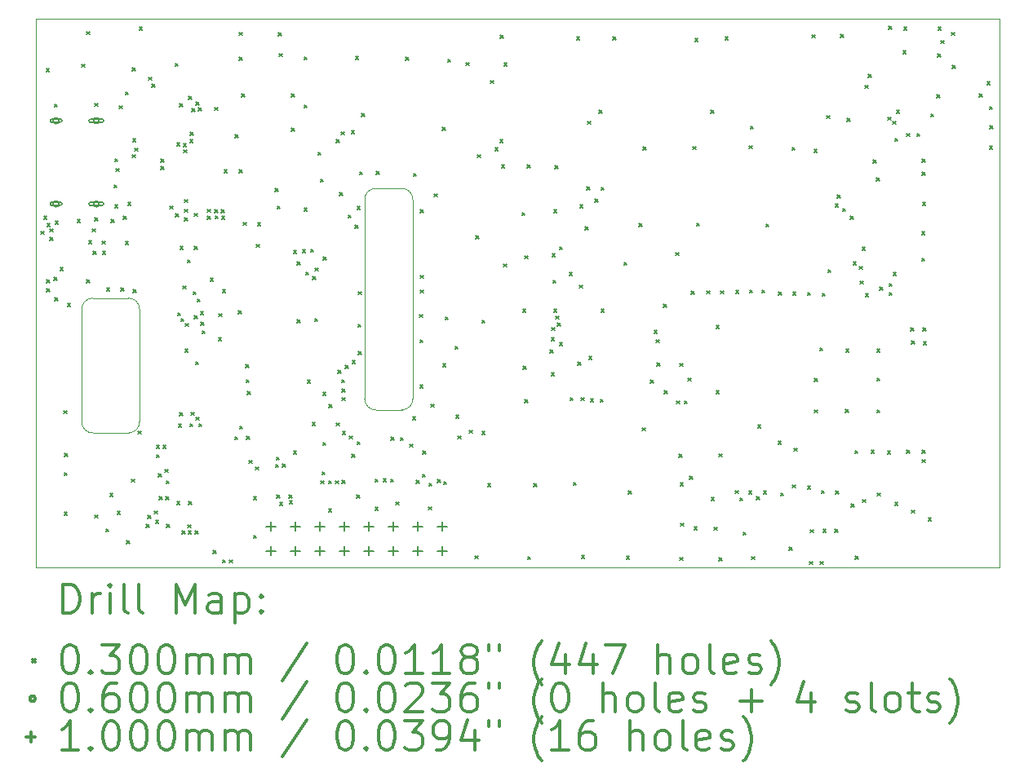
<source format=gbr>
%FSLAX45Y45*%
G04 Gerber Fmt 4.5, Leading zero omitted, Abs format (unit mm)*
G04 Created by KiCad (PCBNEW (5.1.10)-1) date 2021-07-15 23:52:47*
%MOMM*%
%LPD*%
G01*
G04 APERTURE LIST*
%TA.AperFunction,Profile*%
%ADD10C,0.050000*%
%TD*%
%TA.AperFunction,Profile*%
%ADD11C,0.100000*%
%TD*%
%ADD12C,0.200000*%
%ADD13C,0.300000*%
G04 APERTURE END LIST*
D10*
X6910884Y-6941870D02*
G75*
G02*
X6797000Y-7061000I-113885J-5130D01*
G01*
X6530130Y-7060884D02*
X6797000Y-7061000D01*
X6530130Y-7060884D02*
G75*
G02*
X6411000Y-6947000I-5130J113885D01*
G01*
X6791870Y-4761116D02*
G75*
G02*
X6911000Y-4875000I5130J-113885D01*
G01*
X6525000Y-4761000D02*
X6791870Y-4761116D01*
X6411000Y-6947000D02*
X6411115Y-4880130D01*
X6411115Y-4880130D02*
G75*
G02*
X6525000Y-4761000I113885J5130D01*
G01*
X6910884Y-6941870D02*
X6911000Y-4875000D01*
X4074884Y-7180870D02*
G75*
G02*
X3961000Y-7300000I-113885J-5130D01*
G01*
X3594130Y-7299884D02*
G75*
G02*
X3475000Y-7186000I-5130J113885D01*
G01*
X3955870Y-5900115D02*
G75*
G02*
X4075000Y-6014000I5130J-113885D01*
G01*
X3475115Y-6019130D02*
G75*
G02*
X3589000Y-5900000I113885J5130D01*
G01*
X3589000Y-5900000D02*
X3955870Y-5900115D01*
X3594130Y-7299884D02*
X3961000Y-7300000D01*
X3475000Y-7186000D02*
X3475115Y-6019130D01*
X4074884Y-7180870D02*
X4075000Y-6014000D01*
D11*
X13000000Y-3000000D02*
X13000000Y-8700000D01*
X3000000Y-3000000D02*
X13000000Y-3000000D01*
X3000000Y-8700000D02*
X3000000Y-3000000D01*
X13000000Y-8700000D02*
X3000000Y-8700000D01*
D12*
X3053891Y-5205934D02*
X3083891Y-5235934D01*
X3083891Y-5205934D02*
X3053891Y-5235934D01*
X3080000Y-5049000D02*
X3110000Y-5079000D01*
X3110000Y-5049000D02*
X3080000Y-5079000D01*
X3108000Y-3517000D02*
X3138000Y-3547000D01*
X3138000Y-3517000D02*
X3108000Y-3547000D01*
X3111668Y-5802821D02*
X3141668Y-5832821D01*
X3141668Y-5802821D02*
X3111668Y-5832821D01*
X3113000Y-5709000D02*
X3143000Y-5739000D01*
X3143000Y-5709000D02*
X3113000Y-5739000D01*
X3116000Y-5124000D02*
X3146000Y-5154000D01*
X3146000Y-5124000D02*
X3116000Y-5154000D01*
X3145000Y-5271000D02*
X3175000Y-5301000D01*
X3175000Y-5271000D02*
X3145000Y-5301000D01*
X3146000Y-5181000D02*
X3176000Y-5211000D01*
X3176000Y-5181000D02*
X3146000Y-5211000D01*
X3188000Y-5686000D02*
X3218000Y-5716000D01*
X3218000Y-5686000D02*
X3188000Y-5716000D01*
X3192000Y-3884000D02*
X3222000Y-3914000D01*
X3222000Y-3884000D02*
X3192000Y-3914000D01*
X3197000Y-5896000D02*
X3227000Y-5926000D01*
X3227000Y-5896000D02*
X3197000Y-5926000D01*
X3201000Y-5099000D02*
X3231000Y-5129000D01*
X3231000Y-5099000D02*
X3201000Y-5129000D01*
X3252000Y-5585000D02*
X3282000Y-5615000D01*
X3282000Y-5585000D02*
X3252000Y-5615000D01*
X3288000Y-7069000D02*
X3318000Y-7099000D01*
X3318000Y-7069000D02*
X3288000Y-7099000D01*
X3292000Y-7712000D02*
X3322000Y-7742000D01*
X3322000Y-7712000D02*
X3292000Y-7742000D01*
X3292000Y-8122000D02*
X3322000Y-8152000D01*
X3322000Y-8122000D02*
X3292000Y-8152000D01*
X3297000Y-7515000D02*
X3327000Y-7545000D01*
X3327000Y-7515000D02*
X3297000Y-7545000D01*
X3327000Y-5955000D02*
X3357000Y-5985000D01*
X3357000Y-5955000D02*
X3327000Y-5985000D01*
X3430000Y-5083000D02*
X3460000Y-5113000D01*
X3460000Y-5083000D02*
X3430000Y-5113000D01*
X3475000Y-3472000D02*
X3505000Y-3502000D01*
X3505000Y-3472000D02*
X3475000Y-3502000D01*
X3524000Y-5712000D02*
X3554000Y-5742000D01*
X3554000Y-5712000D02*
X3524000Y-5742000D01*
X3528000Y-3132000D02*
X3558000Y-3162000D01*
X3558000Y-3132000D02*
X3528000Y-3162000D01*
X3549000Y-5303000D02*
X3579000Y-5333000D01*
X3579000Y-5303000D02*
X3549000Y-5333000D01*
X3585000Y-5180000D02*
X3615000Y-5210000D01*
X3615000Y-5180000D02*
X3585000Y-5210000D01*
X3595000Y-5413000D02*
X3625000Y-5443000D01*
X3625000Y-5413000D02*
X3595000Y-5443000D01*
X3610000Y-3879000D02*
X3640000Y-3909000D01*
X3640000Y-3879000D02*
X3610000Y-3909000D01*
X3611000Y-5065000D02*
X3641000Y-5095000D01*
X3641000Y-5065000D02*
X3611000Y-5095000D01*
X3613000Y-8153000D02*
X3643000Y-8183000D01*
X3643000Y-8153000D02*
X3613000Y-8183000D01*
X3688000Y-5308000D02*
X3718000Y-5338000D01*
X3718000Y-5308000D02*
X3688000Y-5338000D01*
X3693000Y-5412000D02*
X3723000Y-5442000D01*
X3723000Y-5412000D02*
X3693000Y-5442000D01*
X3727000Y-8296000D02*
X3757000Y-8326000D01*
X3757000Y-8296000D02*
X3727000Y-8326000D01*
X3732000Y-5793000D02*
X3762000Y-5823000D01*
X3762000Y-5793000D02*
X3732000Y-5823000D01*
X3768000Y-7930000D02*
X3798000Y-7960000D01*
X3798000Y-7930000D02*
X3768000Y-7960000D01*
X3780000Y-5085000D02*
X3810000Y-5115000D01*
X3810000Y-5085000D02*
X3780000Y-5115000D01*
X3810000Y-4722000D02*
X3840000Y-4752000D01*
X3840000Y-4722000D02*
X3810000Y-4752000D01*
X3818000Y-4929000D02*
X3848000Y-4959000D01*
X3848000Y-4929000D02*
X3818000Y-4959000D01*
X3819000Y-4451000D02*
X3849000Y-4481000D01*
X3849000Y-4451000D02*
X3819000Y-4481000D01*
X3831000Y-4553000D02*
X3861000Y-4583000D01*
X3861000Y-4553000D02*
X3831000Y-4583000D01*
X3844000Y-8117000D02*
X3874000Y-8147000D01*
X3874000Y-8117000D02*
X3844000Y-8147000D01*
X3864000Y-3902000D02*
X3894000Y-3932000D01*
X3894000Y-3902000D02*
X3864000Y-3932000D01*
X3884000Y-5795000D02*
X3914000Y-5825000D01*
X3914000Y-5795000D02*
X3884000Y-5825000D01*
X3909000Y-5049000D02*
X3939000Y-5079000D01*
X3939000Y-5049000D02*
X3909000Y-5079000D01*
X3928000Y-5313000D02*
X3958000Y-5343000D01*
X3958000Y-5313000D02*
X3928000Y-5343000D01*
X3930000Y-3760000D02*
X3960000Y-3790000D01*
X3960000Y-3760000D02*
X3930000Y-3790000D01*
X3940000Y-8418000D02*
X3970000Y-8448000D01*
X3970000Y-8418000D02*
X3940000Y-8448000D01*
X3954000Y-4905000D02*
X3984000Y-4935000D01*
X3984000Y-4905000D02*
X3954000Y-4935000D01*
X3992000Y-7781000D02*
X4022000Y-7811000D01*
X4022000Y-7781000D02*
X3992000Y-7811000D01*
X3998500Y-4409500D02*
X4028500Y-4439500D01*
X4028500Y-4409500D02*
X3998500Y-4439500D01*
X4000000Y-3507000D02*
X4030000Y-3537000D01*
X4030000Y-3507000D02*
X4000000Y-3537000D01*
X4004000Y-4247000D02*
X4034000Y-4277000D01*
X4034000Y-4247000D02*
X4004000Y-4277000D01*
X4007000Y-5812000D02*
X4037000Y-5842000D01*
X4037000Y-5812000D02*
X4007000Y-5842000D01*
X4025000Y-4343000D02*
X4055000Y-4373000D01*
X4055000Y-4343000D02*
X4025000Y-4373000D01*
X4058783Y-7279429D02*
X4088783Y-7309429D01*
X4088783Y-7279429D02*
X4058783Y-7309429D01*
X4074000Y-3085000D02*
X4104000Y-3115000D01*
X4104000Y-3085000D02*
X4074000Y-3115000D01*
X4143000Y-8250000D02*
X4173000Y-8280000D01*
X4173000Y-8250000D02*
X4143000Y-8280000D01*
X4163000Y-8159000D02*
X4193000Y-8189000D01*
X4193000Y-8159000D02*
X4163000Y-8189000D01*
X4169914Y-3604579D02*
X4199914Y-3634579D01*
X4199914Y-3604579D02*
X4169914Y-3634579D01*
X4203000Y-3679000D02*
X4233000Y-3709000D01*
X4233000Y-3679000D02*
X4203000Y-3709000D01*
X4228000Y-8110000D02*
X4258000Y-8140000D01*
X4258000Y-8110000D02*
X4228000Y-8140000D01*
X4241000Y-8207000D02*
X4271000Y-8237000D01*
X4271000Y-8207000D02*
X4241000Y-8237000D01*
X4249000Y-7430000D02*
X4279000Y-7460000D01*
X4279000Y-7430000D02*
X4249000Y-7460000D01*
X4252000Y-7527000D02*
X4282000Y-7557000D01*
X4282000Y-7527000D02*
X4252000Y-7557000D01*
X4271000Y-7724000D02*
X4301000Y-7754000D01*
X4301000Y-7724000D02*
X4271000Y-7754000D01*
X4281000Y-7961000D02*
X4311000Y-7991000D01*
X4311000Y-7961000D02*
X4281000Y-7991000D01*
X4296750Y-4457500D02*
X4326750Y-4487500D01*
X4326750Y-4457500D02*
X4296750Y-4487500D01*
X4296750Y-4532500D02*
X4326750Y-4562500D01*
X4326750Y-4532500D02*
X4296750Y-4562500D01*
X4316000Y-7428000D02*
X4346000Y-7458000D01*
X4346000Y-7428000D02*
X4316000Y-7458000D01*
X4338650Y-7678350D02*
X4368650Y-7708350D01*
X4368650Y-7678350D02*
X4338650Y-7708350D01*
X4347000Y-7961000D02*
X4377000Y-7991000D01*
X4377000Y-7961000D02*
X4347000Y-7991000D01*
X4350500Y-7798500D02*
X4380500Y-7828500D01*
X4380500Y-7798500D02*
X4350500Y-7828500D01*
X4357995Y-8248869D02*
X4387995Y-8278869D01*
X4387995Y-8248869D02*
X4357995Y-8278869D01*
X4390000Y-4944000D02*
X4420000Y-4974000D01*
X4420000Y-4944000D02*
X4390000Y-4974000D01*
X4446000Y-3463000D02*
X4476000Y-3493000D01*
X4476000Y-3463000D02*
X4446000Y-3493000D01*
X4447000Y-5026000D02*
X4477000Y-5056000D01*
X4477000Y-5026000D02*
X4447000Y-5056000D01*
X4461140Y-8011860D02*
X4491140Y-8041860D01*
X4491140Y-8011860D02*
X4461140Y-8041860D01*
X4462000Y-4287000D02*
X4492000Y-4317000D01*
X4492000Y-4287000D02*
X4462000Y-4317000D01*
X4470000Y-6053000D02*
X4500000Y-6083000D01*
X4500000Y-6053000D02*
X4470000Y-6083000D01*
X4479000Y-7207000D02*
X4509000Y-7237000D01*
X4509000Y-7207000D02*
X4479000Y-7237000D01*
X4491000Y-7092000D02*
X4521000Y-7122000D01*
X4521000Y-7092000D02*
X4491000Y-7122000D01*
X4493360Y-3881360D02*
X4523360Y-3911360D01*
X4523360Y-3881360D02*
X4493360Y-3911360D01*
X4494000Y-5364000D02*
X4524000Y-5394000D01*
X4524000Y-5364000D02*
X4494000Y-5394000D01*
X4506000Y-6112000D02*
X4536000Y-6142000D01*
X4536000Y-6112000D02*
X4506000Y-6142000D01*
X4516000Y-8318000D02*
X4546000Y-8348000D01*
X4546000Y-8318000D02*
X4516000Y-8348000D01*
X4524000Y-5774000D02*
X4554000Y-5804000D01*
X4554000Y-5774000D02*
X4524000Y-5804000D01*
X4529000Y-4294000D02*
X4559000Y-4324000D01*
X4559000Y-4294000D02*
X4529000Y-4324000D01*
X4536000Y-4360000D02*
X4566000Y-4390000D01*
X4566000Y-4360000D02*
X4536000Y-4390000D01*
X4540000Y-4876000D02*
X4570000Y-4906000D01*
X4570000Y-4876000D02*
X4540000Y-4906000D01*
X4541000Y-4978000D02*
X4571000Y-5008000D01*
X4571000Y-4978000D02*
X4541000Y-5008000D01*
X4543000Y-5068000D02*
X4573000Y-5098000D01*
X4573000Y-5068000D02*
X4543000Y-5098000D01*
X4545000Y-6428000D02*
X4575000Y-6458000D01*
X4575000Y-6428000D02*
X4545000Y-6458000D01*
X4552000Y-6164000D02*
X4582000Y-6194000D01*
X4582000Y-6164000D02*
X4552000Y-6194000D01*
X4573000Y-5502000D02*
X4603000Y-5532000D01*
X4603000Y-5502000D02*
X4573000Y-5532000D01*
X4578000Y-8256000D02*
X4608000Y-8286000D01*
X4608000Y-8256000D02*
X4578000Y-8286000D01*
X4581000Y-8316000D02*
X4611000Y-8346000D01*
X4611000Y-8316000D02*
X4581000Y-8346000D01*
X4585109Y-8013000D02*
X4615109Y-8043000D01*
X4615109Y-8013000D02*
X4585109Y-8043000D01*
X4586000Y-3806000D02*
X4616000Y-3836000D01*
X4616000Y-3806000D02*
X4586000Y-3836000D01*
X4597000Y-7203000D02*
X4627000Y-7233000D01*
X4627000Y-7203000D02*
X4597000Y-7233000D01*
X4598000Y-4255000D02*
X4628000Y-4285000D01*
X4628000Y-4255000D02*
X4598000Y-4285000D01*
X4600000Y-4177000D02*
X4630000Y-4207000D01*
X4630000Y-4177000D02*
X4600000Y-4207000D01*
X4608000Y-7087000D02*
X4638000Y-7117000D01*
X4638000Y-7087000D02*
X4608000Y-7117000D01*
X4618000Y-3932000D02*
X4648000Y-3962000D01*
X4648000Y-3932000D02*
X4618000Y-3962000D01*
X4631000Y-5834000D02*
X4661000Y-5864000D01*
X4661000Y-5834000D02*
X4631000Y-5864000D01*
X4643000Y-5019000D02*
X4673000Y-5049000D01*
X4673000Y-5019000D02*
X4643000Y-5049000D01*
X4644000Y-5363000D02*
X4674000Y-5393000D01*
X4674000Y-5363000D02*
X4644000Y-5393000D01*
X4644000Y-6083499D02*
X4674000Y-6113499D01*
X4674000Y-6083499D02*
X4644000Y-6113499D01*
X4651000Y-8317000D02*
X4681000Y-8347000D01*
X4681000Y-8317000D02*
X4651000Y-8347000D01*
X4657000Y-6563000D02*
X4687000Y-6593000D01*
X4687000Y-6563000D02*
X4657000Y-6593000D01*
X4663000Y-3865000D02*
X4693000Y-3895000D01*
X4693000Y-3865000D02*
X4663000Y-3895000D01*
X4663000Y-7137000D02*
X4693000Y-7167000D01*
X4693000Y-7137000D02*
X4663000Y-7167000D01*
X4674000Y-5911000D02*
X4704000Y-5941000D01*
X4704000Y-5911000D02*
X4674000Y-5941000D01*
X4686000Y-3924000D02*
X4716000Y-3954000D01*
X4716000Y-3924000D02*
X4686000Y-3954000D01*
X4690000Y-7205000D02*
X4720000Y-7235000D01*
X4720000Y-7205000D02*
X4690000Y-7235000D01*
X4706000Y-6042000D02*
X4736000Y-6072000D01*
X4736000Y-6042000D02*
X4706000Y-6072000D01*
X4711000Y-6152000D02*
X4741000Y-6182000D01*
X4741000Y-6152000D02*
X4711000Y-6182000D01*
X4723000Y-6239000D02*
X4753000Y-6269000D01*
X4753000Y-6239000D02*
X4723000Y-6269000D01*
X4779000Y-4979000D02*
X4809000Y-5009000D01*
X4809000Y-4979000D02*
X4779000Y-5009000D01*
X4780000Y-5048000D02*
X4810000Y-5078000D01*
X4810000Y-5048000D02*
X4780000Y-5078000D01*
X4809000Y-5694000D02*
X4839000Y-5724000D01*
X4839000Y-5694000D02*
X4809000Y-5724000D01*
X4839000Y-8519000D02*
X4869000Y-8549000D01*
X4869000Y-8519000D02*
X4839000Y-8549000D01*
X4854499Y-3920808D02*
X4884499Y-3950808D01*
X4884499Y-3920808D02*
X4854499Y-3950808D01*
X4856000Y-4980000D02*
X4886000Y-5010000D01*
X4886000Y-4980000D02*
X4856000Y-5010000D01*
X4858000Y-5047000D02*
X4888000Y-5077000D01*
X4888000Y-5047000D02*
X4858000Y-5077000D01*
X4894000Y-6311000D02*
X4924000Y-6341000D01*
X4924000Y-6311000D02*
X4894000Y-6341000D01*
X4897000Y-6062000D02*
X4927000Y-6092000D01*
X4927000Y-6062000D02*
X4897000Y-6092000D01*
X4925000Y-4982000D02*
X4955000Y-5012000D01*
X4955000Y-4982000D02*
X4925000Y-5012000D01*
X4926000Y-5048000D02*
X4956000Y-5078000D01*
X4956000Y-5048000D02*
X4926000Y-5078000D01*
X4937000Y-5811000D02*
X4967000Y-5841000D01*
X4967000Y-5811000D02*
X4937000Y-5841000D01*
X4937000Y-8617000D02*
X4967000Y-8647000D01*
X4967000Y-8617000D02*
X4937000Y-8647000D01*
X4951000Y-4567500D02*
X4981000Y-4597500D01*
X4981000Y-4567500D02*
X4951000Y-4597500D01*
X5009000Y-8618000D02*
X5039000Y-8648000D01*
X5039000Y-8618000D02*
X5009000Y-8648000D01*
X5063000Y-7339000D02*
X5093000Y-7369000D01*
X5093000Y-7339000D02*
X5063000Y-7369000D01*
X5065000Y-4205000D02*
X5095000Y-4235000D01*
X5095000Y-4205000D02*
X5065000Y-4235000D01*
X5101000Y-6032000D02*
X5131000Y-6062000D01*
X5131000Y-6032000D02*
X5101000Y-6062000D01*
X5109000Y-3398000D02*
X5139000Y-3428000D01*
X5139000Y-3398000D02*
X5109000Y-3428000D01*
X5109000Y-4567500D02*
X5139000Y-4597500D01*
X5139000Y-4567500D02*
X5109000Y-4597500D01*
X5111000Y-3141000D02*
X5141000Y-3171000D01*
X5141000Y-3141000D02*
X5111000Y-3171000D01*
X5114000Y-7229000D02*
X5144000Y-7259000D01*
X5144000Y-7229000D02*
X5114000Y-7259000D01*
X5136000Y-3781000D02*
X5166000Y-3811000D01*
X5166000Y-3781000D02*
X5136000Y-3811000D01*
X5151000Y-5114000D02*
X5181000Y-5144000D01*
X5181000Y-5114000D02*
X5151000Y-5144000D01*
X5178000Y-6591000D02*
X5208000Y-6621000D01*
X5208000Y-6591000D02*
X5178000Y-6621000D01*
X5181000Y-6747000D02*
X5211000Y-6777000D01*
X5211000Y-6747000D02*
X5181000Y-6777000D01*
X5185000Y-7337000D02*
X5215000Y-7367000D01*
X5215000Y-7337000D02*
X5185000Y-7367000D01*
X5194000Y-6869000D02*
X5224000Y-6899000D01*
X5224000Y-6869000D02*
X5194000Y-6899000D01*
X5210000Y-7585000D02*
X5240000Y-7615000D01*
X5240000Y-7585000D02*
X5210000Y-7615000D01*
X5256793Y-7963004D02*
X5286793Y-7993004D01*
X5286793Y-7963004D02*
X5256793Y-7993004D01*
X5259000Y-8363000D02*
X5289000Y-8393000D01*
X5289000Y-8363000D02*
X5259000Y-8393000D01*
X5281000Y-7655000D02*
X5311000Y-7685000D01*
X5311000Y-7655000D02*
X5281000Y-7685000D01*
X5288000Y-5341000D02*
X5318000Y-5371000D01*
X5318000Y-5341000D02*
X5288000Y-5371000D01*
X5300000Y-5116000D02*
X5330000Y-5146000D01*
X5330000Y-5116000D02*
X5300000Y-5146000D01*
X5481350Y-4761350D02*
X5511350Y-4791350D01*
X5511350Y-4761350D02*
X5481350Y-4791350D01*
X5485000Y-7629000D02*
X5515000Y-7659000D01*
X5515000Y-7629000D02*
X5485000Y-7659000D01*
X5496000Y-7552000D02*
X5526000Y-7582000D01*
X5526000Y-7552000D02*
X5496000Y-7582000D01*
X5499000Y-7945000D02*
X5529000Y-7975000D01*
X5529000Y-7945000D02*
X5499000Y-7975000D01*
X5503949Y-4943551D02*
X5533949Y-4973551D01*
X5533949Y-4943551D02*
X5503949Y-4973551D01*
X5515000Y-3143000D02*
X5545000Y-3173000D01*
X5545000Y-3143000D02*
X5515000Y-3173000D01*
X5525000Y-3362000D02*
X5555000Y-3392000D01*
X5555000Y-3362000D02*
X5525000Y-3392000D01*
X5528000Y-8020000D02*
X5558000Y-8050000D01*
X5558000Y-8020000D02*
X5528000Y-8050000D01*
X5560000Y-7625000D02*
X5590000Y-7655000D01*
X5590000Y-7625000D02*
X5560000Y-7655000D01*
X5627000Y-7944000D02*
X5657000Y-7974000D01*
X5657000Y-7944000D02*
X5627000Y-7974000D01*
X5629000Y-8006000D02*
X5659000Y-8036000D01*
X5659000Y-8006000D02*
X5629000Y-8036000D01*
X5652000Y-3779000D02*
X5682000Y-3809000D01*
X5682000Y-3779000D02*
X5652000Y-3809000D01*
X5652000Y-4136000D02*
X5682000Y-4166000D01*
X5682000Y-4136000D02*
X5652000Y-4166000D01*
X5671000Y-5407000D02*
X5701000Y-5437000D01*
X5701000Y-5407000D02*
X5671000Y-5437000D01*
X5674000Y-7488000D02*
X5704000Y-7518000D01*
X5704000Y-7488000D02*
X5674000Y-7518000D01*
X5712000Y-5524000D02*
X5742000Y-5554000D01*
X5742000Y-5524000D02*
X5712000Y-5554000D01*
X5712000Y-6126000D02*
X5742000Y-6156000D01*
X5742000Y-6126000D02*
X5712000Y-6156000D01*
X5765000Y-5397000D02*
X5795000Y-5427000D01*
X5795000Y-5397000D02*
X5765000Y-5427000D01*
X5782000Y-3394000D02*
X5812000Y-3424000D01*
X5812000Y-3394000D02*
X5782000Y-3424000D01*
X5784000Y-3893000D02*
X5814000Y-3923000D01*
X5814000Y-3893000D02*
X5784000Y-3923000D01*
X5784000Y-4965000D02*
X5814000Y-4995000D01*
X5814000Y-4965000D02*
X5784000Y-4995000D01*
X5799000Y-5630000D02*
X5829000Y-5660000D01*
X5829000Y-5630000D02*
X5799000Y-5660000D01*
X5817000Y-6751000D02*
X5847000Y-6781000D01*
X5847000Y-6751000D02*
X5817000Y-6781000D01*
X5849000Y-5394000D02*
X5879000Y-5424000D01*
X5879000Y-5394000D02*
X5849000Y-5424000D01*
X5867000Y-7191000D02*
X5897000Y-7221000D01*
X5897000Y-7191000D02*
X5867000Y-7221000D01*
X5870000Y-5675000D02*
X5900000Y-5705000D01*
X5900000Y-5675000D02*
X5870000Y-5705000D01*
X5891000Y-6114000D02*
X5921000Y-6144000D01*
X5921000Y-6114000D02*
X5891000Y-6144000D01*
X5895000Y-5587000D02*
X5925000Y-5617000D01*
X5925000Y-5587000D02*
X5895000Y-5617000D01*
X5928000Y-4385000D02*
X5958000Y-4415000D01*
X5958000Y-4385000D02*
X5928000Y-4415000D01*
X5953000Y-4663000D02*
X5983000Y-4693000D01*
X5983000Y-4663000D02*
X5953000Y-4693000D01*
X5958000Y-7798000D02*
X5988000Y-7828000D01*
X5988000Y-7798000D02*
X5958000Y-7828000D01*
X5969000Y-7703000D02*
X5999000Y-7733000D01*
X5999000Y-7703000D02*
X5969000Y-7733000D01*
X5976000Y-7399000D02*
X6006000Y-7429000D01*
X6006000Y-7399000D02*
X5976000Y-7429000D01*
X5979000Y-6879000D02*
X6009000Y-6909000D01*
X6009000Y-6879000D02*
X5979000Y-6909000D01*
X5980000Y-5473000D02*
X6010000Y-5503000D01*
X6010000Y-5473000D02*
X5980000Y-5503000D01*
X6036000Y-7798000D02*
X6066000Y-7828000D01*
X6066000Y-7798000D02*
X6036000Y-7828000D01*
X6036000Y-8091000D02*
X6066000Y-8121000D01*
X6066000Y-8091000D02*
X6036000Y-8121000D01*
X6041000Y-7004000D02*
X6071000Y-7034000D01*
X6071000Y-7004000D02*
X6041000Y-7034000D01*
X6106912Y-7798912D02*
X6136912Y-7828912D01*
X6136912Y-7798912D02*
X6106912Y-7828912D01*
X6119000Y-4254000D02*
X6149000Y-4284000D01*
X6149000Y-4254000D02*
X6119000Y-4284000D01*
X6119000Y-7197000D02*
X6149000Y-7227000D01*
X6149000Y-7197000D02*
X6119000Y-7227000D01*
X6135000Y-6650000D02*
X6165000Y-6680000D01*
X6165000Y-6650000D02*
X6135000Y-6680000D01*
X6152000Y-4804000D02*
X6182000Y-4834000D01*
X6182000Y-4804000D02*
X6152000Y-4834000D01*
X6168000Y-4173000D02*
X6198000Y-4203000D01*
X6198000Y-4173000D02*
X6168000Y-4203000D01*
X6171000Y-6749000D02*
X6201000Y-6779000D01*
X6201000Y-6749000D02*
X6171000Y-6779000D01*
X6175000Y-6844000D02*
X6205000Y-6874000D01*
X6205000Y-6844000D02*
X6175000Y-6874000D01*
X6177000Y-6933000D02*
X6207000Y-6963000D01*
X6207000Y-6933000D02*
X6177000Y-6963000D01*
X6178000Y-7795000D02*
X6208000Y-7825000D01*
X6208000Y-7795000D02*
X6178000Y-7825000D01*
X6182000Y-7286000D02*
X6212000Y-7316000D01*
X6212000Y-7286000D02*
X6182000Y-7316000D01*
X6208000Y-6599000D02*
X6238000Y-6629000D01*
X6238000Y-6599000D02*
X6208000Y-6629000D01*
X6241000Y-5038000D02*
X6271000Y-5068000D01*
X6271000Y-5038000D02*
X6241000Y-5068000D01*
X6254000Y-7330000D02*
X6284000Y-7360000D01*
X6284000Y-7330000D02*
X6254000Y-7360000D01*
X6273000Y-4159000D02*
X6303000Y-4189000D01*
X6303000Y-4159000D02*
X6273000Y-4189000D01*
X6277000Y-7521000D02*
X6307000Y-7551000D01*
X6307000Y-7521000D02*
X6277000Y-7551000D01*
X6281000Y-6547000D02*
X6311000Y-6577000D01*
X6311000Y-6547000D02*
X6281000Y-6577000D01*
X6313000Y-5141000D02*
X6343000Y-5171000D01*
X6343000Y-5141000D02*
X6313000Y-5171000D01*
X6317000Y-3392000D02*
X6347000Y-3422000D01*
X6347000Y-3392000D02*
X6317000Y-3422000D01*
X6328000Y-7946000D02*
X6358000Y-7976000D01*
X6358000Y-7946000D02*
X6328000Y-7976000D01*
X6333000Y-7391000D02*
X6363000Y-7421000D01*
X6363000Y-7391000D02*
X6333000Y-7421000D01*
X6334000Y-4946000D02*
X6364000Y-4976000D01*
X6364000Y-4946000D02*
X6334000Y-4976000D01*
X6342000Y-6173000D02*
X6372000Y-6203000D01*
X6372000Y-6173000D02*
X6342000Y-6203000D01*
X6344000Y-5832000D02*
X6374000Y-5862000D01*
X6374000Y-5832000D02*
X6344000Y-5862000D01*
X6347000Y-6457000D02*
X6377000Y-6487000D01*
X6377000Y-6457000D02*
X6347000Y-6487000D01*
X6358000Y-4587000D02*
X6388000Y-4617000D01*
X6388000Y-4587000D02*
X6358000Y-4617000D01*
X6379000Y-3981000D02*
X6409000Y-4011000D01*
X6409000Y-3981000D02*
X6379000Y-4011000D01*
X6520000Y-7781000D02*
X6550000Y-7811000D01*
X6550000Y-7781000D02*
X6520000Y-7811000D01*
X6520000Y-8074000D02*
X6550000Y-8104000D01*
X6550000Y-8074000D02*
X6520000Y-8104000D01*
X6534000Y-4582000D02*
X6564000Y-4612000D01*
X6564000Y-4582000D02*
X6534000Y-4612000D01*
X6603000Y-7776000D02*
X6633000Y-7806000D01*
X6633000Y-7776000D02*
X6603000Y-7806000D01*
X6680000Y-7781000D02*
X6710000Y-7811000D01*
X6710000Y-7781000D02*
X6680000Y-7811000D01*
X6682000Y-7343000D02*
X6712000Y-7373000D01*
X6712000Y-7343000D02*
X6682000Y-7373000D01*
X6735713Y-8018287D02*
X6765713Y-8048287D01*
X6765713Y-8018287D02*
X6735713Y-8048287D01*
X6783000Y-7347000D02*
X6813000Y-7377000D01*
X6813000Y-7347000D02*
X6783000Y-7377000D01*
X6835000Y-3397000D02*
X6865000Y-3427000D01*
X6865000Y-3397000D02*
X6835000Y-3427000D01*
X6880000Y-7416000D02*
X6910000Y-7446000D01*
X6910000Y-7416000D02*
X6880000Y-7446000D01*
X6909000Y-7134000D02*
X6939000Y-7164000D01*
X6939000Y-7134000D02*
X6909000Y-7164000D01*
X6918000Y-4604000D02*
X6948000Y-4634000D01*
X6948000Y-4604000D02*
X6918000Y-4634000D01*
X6948000Y-7794000D02*
X6978000Y-7824000D01*
X6978000Y-7794000D02*
X6948000Y-7824000D01*
X6981000Y-6070000D02*
X7011000Y-6100000D01*
X7011000Y-6070000D02*
X6981000Y-6100000D01*
X6984000Y-6803000D02*
X7014000Y-6833000D01*
X7014000Y-6803000D02*
X6984000Y-6833000D01*
X6985000Y-6331000D02*
X7015000Y-6361000D01*
X7015000Y-6331000D02*
X6985000Y-6361000D01*
X6987000Y-4983000D02*
X7017000Y-5013000D01*
X7017000Y-4983000D02*
X6987000Y-5013000D01*
X6987000Y-5816000D02*
X7017000Y-5846000D01*
X7017000Y-5816000D02*
X6987000Y-5846000D01*
X6990000Y-5662000D02*
X7020000Y-5692000D01*
X7020000Y-5662000D02*
X6990000Y-5692000D01*
X7011000Y-7731000D02*
X7041000Y-7761000D01*
X7041000Y-7731000D02*
X7011000Y-7761000D01*
X7015000Y-7488000D02*
X7045000Y-7518000D01*
X7045000Y-7488000D02*
X7015000Y-7518000D01*
X7075000Y-8067000D02*
X7105000Y-8097000D01*
X7105000Y-8067000D02*
X7075000Y-8097000D01*
X7077000Y-7822000D02*
X7107000Y-7852000D01*
X7107000Y-7822000D02*
X7077000Y-7852000D01*
X7101000Y-7002000D02*
X7131000Y-7032000D01*
X7131000Y-7002000D02*
X7101000Y-7032000D01*
X7133000Y-4818000D02*
X7163000Y-4848000D01*
X7163000Y-4818000D02*
X7133000Y-4848000D01*
X7169000Y-7786000D02*
X7199000Y-7816000D01*
X7199000Y-7786000D02*
X7169000Y-7816000D01*
X7219000Y-4126000D02*
X7249000Y-4156000D01*
X7249000Y-4126000D02*
X7219000Y-4156000D01*
X7221000Y-6581000D02*
X7251000Y-6611000D01*
X7251000Y-6581000D02*
X7221000Y-6611000D01*
X7231091Y-7805232D02*
X7261091Y-7835232D01*
X7261091Y-7805232D02*
X7231091Y-7835232D01*
X7247000Y-6095000D02*
X7277000Y-6125000D01*
X7277000Y-6095000D02*
X7247000Y-6125000D01*
X7274000Y-3421000D02*
X7304000Y-3451000D01*
X7304000Y-3421000D02*
X7274000Y-3451000D01*
X7349000Y-6400000D02*
X7379000Y-6430000D01*
X7379000Y-6400000D02*
X7349000Y-6430000D01*
X7359000Y-7117000D02*
X7389000Y-7147000D01*
X7389000Y-7117000D02*
X7359000Y-7147000D01*
X7380000Y-7333000D02*
X7410000Y-7363000D01*
X7410000Y-7333000D02*
X7380000Y-7363000D01*
X7462000Y-3453000D02*
X7492000Y-3483000D01*
X7492000Y-3453000D02*
X7462000Y-3483000D01*
X7496000Y-7272000D02*
X7526000Y-7302000D01*
X7526000Y-7272000D02*
X7496000Y-7302000D01*
X7558000Y-8577000D02*
X7588000Y-8607000D01*
X7588000Y-8577000D02*
X7558000Y-8607000D01*
X7563000Y-5251000D02*
X7593000Y-5281000D01*
X7593000Y-5251000D02*
X7563000Y-5281000D01*
X7584000Y-4410000D02*
X7614000Y-4440000D01*
X7614000Y-4410000D02*
X7584000Y-4440000D01*
X7627000Y-7287000D02*
X7657000Y-7317000D01*
X7657000Y-7287000D02*
X7627000Y-7317000D01*
X7630000Y-6131000D02*
X7660000Y-6161000D01*
X7660000Y-6131000D02*
X7630000Y-6161000D01*
X7687000Y-7829000D02*
X7717000Y-7859000D01*
X7717000Y-7829000D02*
X7687000Y-7859000D01*
X7717000Y-3641000D02*
X7747000Y-3671000D01*
X7747000Y-3641000D02*
X7717000Y-3671000D01*
X7762000Y-4337000D02*
X7792000Y-4367000D01*
X7792000Y-4337000D02*
X7762000Y-4367000D01*
X7816000Y-4255000D02*
X7846000Y-4285000D01*
X7846000Y-4255000D02*
X7816000Y-4285000D01*
X7820000Y-3168000D02*
X7850000Y-3198000D01*
X7850000Y-3168000D02*
X7820000Y-3198000D01*
X7831000Y-4517000D02*
X7861000Y-4547000D01*
X7861000Y-4517000D02*
X7831000Y-4547000D01*
X7854000Y-5544000D02*
X7884000Y-5574000D01*
X7884000Y-5544000D02*
X7854000Y-5574000D01*
X7858000Y-3459000D02*
X7888000Y-3489000D01*
X7888000Y-3459000D02*
X7858000Y-3489000D01*
X8044000Y-5010000D02*
X8074000Y-5040000D01*
X8074000Y-5010000D02*
X8044000Y-5040000D01*
X8051000Y-6013500D02*
X8081000Y-6043500D01*
X8081000Y-6013500D02*
X8051000Y-6043500D01*
X8056000Y-6609000D02*
X8086000Y-6639000D01*
X8086000Y-6609000D02*
X8056000Y-6639000D01*
X8073000Y-5462000D02*
X8103000Y-5492000D01*
X8103000Y-5462000D02*
X8073000Y-5492000D01*
X8073000Y-6955000D02*
X8103000Y-6985000D01*
X8103000Y-6955000D02*
X8073000Y-6985000D01*
X8098000Y-4517000D02*
X8128000Y-4547000D01*
X8128000Y-4517000D02*
X8098000Y-4547000D01*
X8103000Y-8584000D02*
X8133000Y-8614000D01*
X8133000Y-8584000D02*
X8103000Y-8614000D01*
X8165000Y-7827000D02*
X8195000Y-7857000D01*
X8195000Y-7827000D02*
X8165000Y-7857000D01*
X8337000Y-6439000D02*
X8367000Y-6469000D01*
X8367000Y-6439000D02*
X8337000Y-6469000D01*
X8349000Y-6310000D02*
X8379000Y-6340000D01*
X8379000Y-6310000D02*
X8349000Y-6340000D01*
X8349412Y-6676588D02*
X8379412Y-6706588D01*
X8379412Y-6676588D02*
X8349412Y-6706588D01*
X8354000Y-6206000D02*
X8384000Y-6236000D01*
X8384000Y-6206000D02*
X8354000Y-6236000D01*
X8356000Y-5438000D02*
X8386000Y-5468000D01*
X8386000Y-5438000D02*
X8356000Y-5468000D01*
X8363735Y-5715265D02*
X8393735Y-5745265D01*
X8393735Y-5715265D02*
X8363735Y-5745265D01*
X8373000Y-6013500D02*
X8403000Y-6043500D01*
X8403000Y-6013500D02*
X8373000Y-6043500D01*
X8374000Y-4980000D02*
X8404000Y-5010000D01*
X8404000Y-4980000D02*
X8374000Y-5010000D01*
X8387000Y-4524000D02*
X8417000Y-4554000D01*
X8417000Y-4524000D02*
X8387000Y-4554000D01*
X8393000Y-6087000D02*
X8423000Y-6117000D01*
X8423000Y-6087000D02*
X8393000Y-6117000D01*
X8410899Y-6157801D02*
X8440899Y-6187801D01*
X8440899Y-6157801D02*
X8410899Y-6187801D01*
X8433000Y-5369000D02*
X8463000Y-5399000D01*
X8463000Y-5369000D02*
X8433000Y-5399000D01*
X8434000Y-6363000D02*
X8464000Y-6393000D01*
X8464000Y-6363000D02*
X8434000Y-6393000D01*
X8534000Y-5634000D02*
X8564000Y-5664000D01*
X8564000Y-5634000D02*
X8534000Y-5664000D01*
X8543000Y-6933000D02*
X8573000Y-6963000D01*
X8573000Y-6933000D02*
X8543000Y-6963000D01*
X8576000Y-7816000D02*
X8606000Y-7846000D01*
X8606000Y-7816000D02*
X8576000Y-7846000D01*
X8611000Y-3189000D02*
X8641000Y-3219000D01*
X8641000Y-3189000D02*
X8611000Y-3219000D01*
X8624000Y-6564000D02*
X8654000Y-6594000D01*
X8654000Y-6564000D02*
X8624000Y-6594000D01*
X8641000Y-5764000D02*
X8671000Y-5794000D01*
X8671000Y-5764000D02*
X8641000Y-5794000D01*
X8646000Y-4929000D02*
X8676000Y-4959000D01*
X8676000Y-4929000D02*
X8646000Y-4959000D01*
X8657000Y-6935000D02*
X8687000Y-6965000D01*
X8687000Y-6935000D02*
X8657000Y-6965000D01*
X8662000Y-8571000D02*
X8692000Y-8601000D01*
X8692000Y-8571000D02*
X8662000Y-8601000D01*
X8699000Y-5158000D02*
X8729000Y-5188000D01*
X8729000Y-5158000D02*
X8699000Y-5188000D01*
X8715000Y-4747000D02*
X8745000Y-4777000D01*
X8745000Y-4747000D02*
X8715000Y-4777000D01*
X8724000Y-4063000D02*
X8754000Y-4093000D01*
X8754000Y-4063000D02*
X8724000Y-4093000D01*
X8737000Y-6508000D02*
X8767000Y-6538000D01*
X8767000Y-6508000D02*
X8737000Y-6538000D01*
X8756000Y-6945000D02*
X8786000Y-6975000D01*
X8786000Y-6945000D02*
X8756000Y-6975000D01*
X8799000Y-4872000D02*
X8829000Y-4902000D01*
X8829000Y-4872000D02*
X8799000Y-4902000D01*
X8844000Y-3951000D02*
X8874000Y-3981000D01*
X8874000Y-3951000D02*
X8844000Y-3981000D01*
X8856000Y-6949000D02*
X8886000Y-6979000D01*
X8886000Y-6949000D02*
X8856000Y-6979000D01*
X8864000Y-6013501D02*
X8894000Y-6043501D01*
X8894000Y-6013501D02*
X8864000Y-6043501D01*
X8866000Y-4749000D02*
X8896000Y-4779000D01*
X8896000Y-4749000D02*
X8866000Y-4779000D01*
X8986000Y-3187000D02*
X9016000Y-3217000D01*
X9016000Y-3187000D02*
X8986000Y-3217000D01*
X9100000Y-5530000D02*
X9130000Y-5560000D01*
X9130000Y-5530000D02*
X9100000Y-5560000D01*
X9126000Y-8582000D02*
X9156000Y-8612000D01*
X9156000Y-8582000D02*
X9126000Y-8612000D01*
X9148000Y-7901000D02*
X9178000Y-7931000D01*
X9178000Y-7901000D02*
X9148000Y-7931000D01*
X9256000Y-5127000D02*
X9286000Y-5157000D01*
X9286000Y-5127000D02*
X9256000Y-5157000D01*
X9294000Y-7248000D02*
X9324000Y-7278000D01*
X9324000Y-7248000D02*
X9294000Y-7278000D01*
X9299000Y-4332000D02*
X9329000Y-4362000D01*
X9329000Y-4332000D02*
X9299000Y-4362000D01*
X9378000Y-6752000D02*
X9408000Y-6782000D01*
X9408000Y-6752000D02*
X9378000Y-6782000D01*
X9414000Y-6233000D02*
X9444000Y-6263000D01*
X9444000Y-6233000D02*
X9414000Y-6263000D01*
X9434000Y-6334000D02*
X9464000Y-6364000D01*
X9464000Y-6334000D02*
X9434000Y-6364000D01*
X9443000Y-6573000D02*
X9473000Y-6603000D01*
X9473000Y-6573000D02*
X9443000Y-6603000D01*
X9512000Y-5966000D02*
X9542000Y-5996000D01*
X9542000Y-5966000D02*
X9512000Y-5996000D01*
X9520000Y-6863000D02*
X9550000Y-6893000D01*
X9550000Y-6863000D02*
X9520000Y-6893000D01*
X9637000Y-5427000D02*
X9667000Y-5457000D01*
X9667000Y-5427000D02*
X9637000Y-5457000D01*
X9649739Y-6967452D02*
X9679739Y-6997452D01*
X9679739Y-6967452D02*
X9649739Y-6997452D01*
X9675000Y-7524000D02*
X9705000Y-7554000D01*
X9705000Y-7524000D02*
X9675000Y-7554000D01*
X9680000Y-8595000D02*
X9710000Y-8625000D01*
X9710000Y-8595000D02*
X9680000Y-8625000D01*
X9683000Y-6579000D02*
X9713000Y-6609000D01*
X9713000Y-6579000D02*
X9683000Y-6609000D01*
X9684000Y-7818000D02*
X9714000Y-7848000D01*
X9714000Y-7818000D02*
X9684000Y-7848000D01*
X9691000Y-8236000D02*
X9721000Y-8266000D01*
X9721000Y-8236000D02*
X9691000Y-8266000D01*
X9726500Y-6966000D02*
X9756500Y-6996000D01*
X9756500Y-6966000D02*
X9726500Y-6996000D01*
X9767155Y-6729978D02*
X9797155Y-6759978D01*
X9797155Y-6729978D02*
X9767155Y-6759978D01*
X9783000Y-7749000D02*
X9813000Y-7779000D01*
X9813000Y-7749000D02*
X9783000Y-7779000D01*
X9801000Y-5829000D02*
X9831000Y-5859000D01*
X9831000Y-5829000D02*
X9801000Y-5859000D01*
X9816000Y-4327000D02*
X9846000Y-4357000D01*
X9846000Y-4327000D02*
X9816000Y-4357000D01*
X9828000Y-8277000D02*
X9858000Y-8307000D01*
X9858000Y-8277000D02*
X9828000Y-8307000D01*
X9839000Y-3204000D02*
X9869000Y-3234000D01*
X9869000Y-3204000D02*
X9839000Y-3234000D01*
X9855000Y-5120000D02*
X9885000Y-5150000D01*
X9885000Y-5120000D02*
X9855000Y-5150000D01*
X9959000Y-5826000D02*
X9989000Y-5856000D01*
X9989000Y-5826000D02*
X9959000Y-5856000D01*
X10002000Y-3951000D02*
X10032000Y-3981000D01*
X10032000Y-3951000D02*
X10002000Y-3981000D01*
X10006000Y-7972000D02*
X10036000Y-8002000D01*
X10036000Y-7972000D02*
X10006000Y-8002000D01*
X10035000Y-8281000D02*
X10065000Y-8311000D01*
X10065000Y-8281000D02*
X10035000Y-8311000D01*
X10057000Y-6186000D02*
X10087000Y-6216000D01*
X10087000Y-6186000D02*
X10057000Y-6216000D01*
X10060000Y-6860000D02*
X10090000Y-6890000D01*
X10090000Y-6860000D02*
X10060000Y-6890000D01*
X10090000Y-7518000D02*
X10120000Y-7548000D01*
X10120000Y-7518000D02*
X10090000Y-7548000D01*
X10090000Y-8596000D02*
X10120000Y-8626000D01*
X10120000Y-8596000D02*
X10090000Y-8626000D01*
X10107000Y-5825000D02*
X10137000Y-5855000D01*
X10137000Y-5825000D02*
X10107000Y-5855000D01*
X10151000Y-3189000D02*
X10181000Y-3219000D01*
X10181000Y-3189000D02*
X10151000Y-3219000D01*
X10256000Y-7900232D02*
X10286000Y-7930232D01*
X10286000Y-7900232D02*
X10256000Y-7930232D01*
X10260000Y-5821000D02*
X10290000Y-5851000D01*
X10290000Y-5821000D02*
X10260000Y-5851000D01*
X10305000Y-7976000D02*
X10335000Y-8006000D01*
X10335000Y-7976000D02*
X10305000Y-8006000D01*
X10339000Y-8330000D02*
X10369000Y-8360000D01*
X10369000Y-8330000D02*
X10339000Y-8360000D01*
X10395000Y-7905000D02*
X10425000Y-7935000D01*
X10425000Y-7905000D02*
X10395000Y-7935000D01*
X10400000Y-4319000D02*
X10430000Y-4349000D01*
X10430000Y-4319000D02*
X10400000Y-4349000D01*
X10405000Y-5815000D02*
X10435000Y-5845000D01*
X10435000Y-5815000D02*
X10405000Y-5845000D01*
X10415000Y-4115000D02*
X10445000Y-4145000D01*
X10445000Y-4115000D02*
X10415000Y-4145000D01*
X10425000Y-8584000D02*
X10455000Y-8614000D01*
X10455000Y-8584000D02*
X10425000Y-8614000D01*
X10478000Y-7962000D02*
X10508000Y-7992000D01*
X10508000Y-7962000D02*
X10478000Y-7992000D01*
X10491000Y-7218000D02*
X10521000Y-7248000D01*
X10521000Y-7218000D02*
X10491000Y-7248000D01*
X10534000Y-5816000D02*
X10564000Y-5846000D01*
X10564000Y-5816000D02*
X10534000Y-5846000D01*
X10550000Y-7904000D02*
X10580000Y-7934000D01*
X10580000Y-7904000D02*
X10550000Y-7934000D01*
X10575000Y-5130000D02*
X10605000Y-5160000D01*
X10605000Y-5130000D02*
X10575000Y-5160000D01*
X10700000Y-7386000D02*
X10730000Y-7416000D01*
X10730000Y-7386000D02*
X10700000Y-7416000D01*
X10707000Y-5838000D02*
X10737000Y-5868000D01*
X10737000Y-5838000D02*
X10707000Y-5868000D01*
X10729000Y-7925000D02*
X10759000Y-7955000D01*
X10759000Y-7925000D02*
X10729000Y-7955000D01*
X10814000Y-8488000D02*
X10844000Y-8518000D01*
X10844000Y-8488000D02*
X10814000Y-8518000D01*
X10846000Y-4335000D02*
X10876000Y-4365000D01*
X10876000Y-4335000D02*
X10846000Y-4365000D01*
X10850000Y-7838000D02*
X10880000Y-7868000D01*
X10880000Y-7838000D02*
X10850000Y-7868000D01*
X10856000Y-5835000D02*
X10886000Y-5865000D01*
X10886000Y-5835000D02*
X10856000Y-5865000D01*
X10865000Y-7460000D02*
X10895000Y-7490000D01*
X10895000Y-7460000D02*
X10865000Y-7490000D01*
X11006000Y-5841000D02*
X11036000Y-5871000D01*
X11036000Y-5841000D02*
X11006000Y-5871000D01*
X11006000Y-7853000D02*
X11036000Y-7883000D01*
X11036000Y-7853000D02*
X11006000Y-7883000D01*
X11027000Y-8636000D02*
X11057000Y-8666000D01*
X11057000Y-8636000D02*
X11027000Y-8666000D01*
X11035000Y-8307000D02*
X11065000Y-8337000D01*
X11065000Y-8307000D02*
X11035000Y-8337000D01*
X11054000Y-3166000D02*
X11084000Y-3196000D01*
X11084000Y-3166000D02*
X11054000Y-3196000D01*
X11073000Y-4356000D02*
X11103000Y-4386000D01*
X11103000Y-4356000D02*
X11073000Y-4386000D01*
X11078000Y-6735000D02*
X11108000Y-6765000D01*
X11108000Y-6735000D02*
X11078000Y-6765000D01*
X11078000Y-7061000D02*
X11108000Y-7091000D01*
X11108000Y-7061000D02*
X11078000Y-7091000D01*
X11134000Y-6419000D02*
X11164000Y-6449000D01*
X11164000Y-6419000D02*
X11134000Y-6449000D01*
X11139000Y-8635000D02*
X11169000Y-8665000D01*
X11169000Y-8635000D02*
X11139000Y-8665000D01*
X11151000Y-7900232D02*
X11181000Y-7930232D01*
X11181000Y-7900232D02*
X11151000Y-7930232D01*
X11159000Y-5851000D02*
X11189000Y-5881000D01*
X11189000Y-5851000D02*
X11159000Y-5881000D01*
X11166000Y-8303000D02*
X11196000Y-8333000D01*
X11196000Y-8303000D02*
X11166000Y-8333000D01*
X11204000Y-4003000D02*
X11234000Y-4033000D01*
X11234000Y-4003000D02*
X11204000Y-4033000D01*
X11220000Y-5603000D02*
X11250000Y-5633000D01*
X11250000Y-5603000D02*
X11220000Y-5633000D01*
X11292000Y-8300000D02*
X11322000Y-8330000D01*
X11322000Y-8300000D02*
X11292000Y-8330000D01*
X11296000Y-4925000D02*
X11326000Y-4955000D01*
X11326000Y-4925000D02*
X11296000Y-4955000D01*
X11298000Y-7905000D02*
X11328000Y-7935000D01*
X11328000Y-7905000D02*
X11298000Y-7935000D01*
X11315000Y-4831000D02*
X11345000Y-4861000D01*
X11345000Y-4831000D02*
X11315000Y-4861000D01*
X11350000Y-3160000D02*
X11380000Y-3190000D01*
X11380000Y-3160000D02*
X11350000Y-3190000D01*
X11370500Y-4971000D02*
X11400500Y-5001000D01*
X11400500Y-4971000D02*
X11370500Y-5001000D01*
X11402000Y-7055000D02*
X11432000Y-7085000D01*
X11432000Y-7055000D02*
X11402000Y-7085000D01*
X11403000Y-6428000D02*
X11433000Y-6458000D01*
X11433000Y-6428000D02*
X11403000Y-6458000D01*
X11418000Y-4033000D02*
X11448000Y-4063000D01*
X11448000Y-4033000D02*
X11418000Y-4063000D01*
X11451000Y-5050000D02*
X11481000Y-5080000D01*
X11481000Y-5050000D02*
X11451000Y-5080000D01*
X11458000Y-8037000D02*
X11488000Y-8067000D01*
X11488000Y-8037000D02*
X11458000Y-8067000D01*
X11479000Y-5524000D02*
X11509000Y-5554000D01*
X11509000Y-5524000D02*
X11479000Y-5554000D01*
X11497000Y-7484000D02*
X11527000Y-7514000D01*
X11527000Y-7484000D02*
X11497000Y-7514000D01*
X11500000Y-8581000D02*
X11530000Y-8611000D01*
X11530000Y-8581000D02*
X11500000Y-8611000D01*
X11546000Y-5571000D02*
X11576000Y-5601000D01*
X11576000Y-5571000D02*
X11546000Y-5601000D01*
X11552000Y-5722000D02*
X11582000Y-5752000D01*
X11582000Y-5722000D02*
X11552000Y-5752000D01*
X11573000Y-5371000D02*
X11603000Y-5401000D01*
X11603000Y-5371000D02*
X11573000Y-5401000D01*
X11576129Y-7993330D02*
X11606129Y-8023330D01*
X11606129Y-7993330D02*
X11576129Y-8023330D01*
X11605000Y-3689000D02*
X11635000Y-3719000D01*
X11635000Y-3689000D02*
X11605000Y-3719000D01*
X11606000Y-5854000D02*
X11636000Y-5884000D01*
X11636000Y-5854000D02*
X11606000Y-5884000D01*
X11635000Y-3578000D02*
X11665000Y-3608000D01*
X11665000Y-3578000D02*
X11635000Y-3608000D01*
X11667000Y-7479000D02*
X11697000Y-7509000D01*
X11697000Y-7479000D02*
X11667000Y-7509000D01*
X11687000Y-4467000D02*
X11717000Y-4497000D01*
X11717000Y-4467000D02*
X11687000Y-4497000D01*
X11720000Y-4651000D02*
X11750000Y-4681000D01*
X11750000Y-4651000D02*
X11720000Y-4681000D01*
X11725000Y-6430000D02*
X11755000Y-6460000D01*
X11755000Y-6430000D02*
X11725000Y-6460000D01*
X11725000Y-6729000D02*
X11755000Y-6759000D01*
X11755000Y-6729000D02*
X11725000Y-6759000D01*
X11727000Y-7061000D02*
X11757000Y-7091000D01*
X11757000Y-7061000D02*
X11727000Y-7091000D01*
X11732000Y-7923000D02*
X11762000Y-7953000D01*
X11762000Y-7923000D02*
X11732000Y-7953000D01*
X11757000Y-5787000D02*
X11787000Y-5817000D01*
X11787000Y-5787000D02*
X11757000Y-5817000D01*
X11836000Y-7486000D02*
X11866000Y-7516000D01*
X11866000Y-7486000D02*
X11836000Y-7516000D01*
X11840000Y-4022000D02*
X11870000Y-4052000D01*
X11870000Y-4022000D02*
X11840000Y-4052000D01*
X11847000Y-3076000D02*
X11877000Y-3106000D01*
X11877000Y-3076000D02*
X11847000Y-3106000D01*
X11854000Y-5843000D02*
X11884000Y-5873000D01*
X11884000Y-5843000D02*
X11854000Y-5873000D01*
X11855000Y-5750000D02*
X11885000Y-5780000D01*
X11885000Y-5750000D02*
X11855000Y-5780000D01*
X11889000Y-4064000D02*
X11919000Y-4094000D01*
X11919000Y-4064000D02*
X11889000Y-4094000D01*
X11894923Y-5635789D02*
X11924923Y-5665789D01*
X11924923Y-5635789D02*
X11894923Y-5665789D01*
X11911000Y-4242500D02*
X11941000Y-4272500D01*
X11941000Y-4242500D02*
X11911000Y-4272500D01*
X11912000Y-8021000D02*
X11942000Y-8051000D01*
X11942000Y-8021000D02*
X11912000Y-8051000D01*
X11929000Y-3947000D02*
X11959000Y-3977000D01*
X11959000Y-3947000D02*
X11929000Y-3977000D01*
X11998227Y-3331070D02*
X12028227Y-3361070D01*
X12028227Y-3331070D02*
X11998227Y-3361070D01*
X12006000Y-3086000D02*
X12036000Y-3116000D01*
X12036000Y-3086000D02*
X12006000Y-3116000D01*
X12034000Y-4188500D02*
X12064000Y-4218500D01*
X12064000Y-4188500D02*
X12034000Y-4218500D01*
X12035000Y-7478000D02*
X12065000Y-7508000D01*
X12065000Y-7478000D02*
X12035000Y-7508000D01*
X12076000Y-6209000D02*
X12106000Y-6239000D01*
X12106000Y-6209000D02*
X12076000Y-6239000D01*
X12087000Y-6347000D02*
X12117000Y-6377000D01*
X12117000Y-6347000D02*
X12087000Y-6377000D01*
X12088000Y-8101000D02*
X12118000Y-8131000D01*
X12118000Y-8101000D02*
X12088000Y-8131000D01*
X12139855Y-4188500D02*
X12169855Y-4218500D01*
X12169855Y-4188500D02*
X12139855Y-4218500D01*
X12192000Y-5485000D02*
X12222000Y-5515000D01*
X12222000Y-5485000D02*
X12192000Y-5515000D01*
X12193000Y-5212000D02*
X12223000Y-5242000D01*
X12223000Y-5212000D02*
X12193000Y-5242000D01*
X12194000Y-4458000D02*
X12224000Y-4488000D01*
X12224000Y-4458000D02*
X12194000Y-4488000D01*
X12196000Y-7480000D02*
X12226000Y-7510000D01*
X12226000Y-7480000D02*
X12196000Y-7510000D01*
X12197000Y-4593000D02*
X12227000Y-4623000D01*
X12227000Y-4593000D02*
X12197000Y-4623000D01*
X12197000Y-7577000D02*
X12227000Y-7607000D01*
X12227000Y-7577000D02*
X12197000Y-7607000D01*
X12200000Y-4907000D02*
X12230000Y-4937000D01*
X12230000Y-4907000D02*
X12200000Y-4937000D01*
X12206000Y-6209000D02*
X12236000Y-6239000D01*
X12236000Y-6209000D02*
X12206000Y-6239000D01*
X12210000Y-6352000D02*
X12240000Y-6382000D01*
X12240000Y-6352000D02*
X12210000Y-6382000D01*
X12260000Y-8181000D02*
X12290000Y-8211000D01*
X12290000Y-8181000D02*
X12260000Y-8211000D01*
X12286369Y-3988500D02*
X12316369Y-4018500D01*
X12316369Y-3988500D02*
X12286369Y-4018500D01*
X12349000Y-3786000D02*
X12379000Y-3816000D01*
X12379000Y-3786000D02*
X12349000Y-3816000D01*
X12358000Y-3367000D02*
X12388000Y-3397000D01*
X12388000Y-3367000D02*
X12358000Y-3397000D01*
X12360000Y-3087000D02*
X12390000Y-3117000D01*
X12390000Y-3087000D02*
X12360000Y-3117000D01*
X12393000Y-3224000D02*
X12423000Y-3254000D01*
X12423000Y-3224000D02*
X12393000Y-3254000D01*
X12501000Y-3140000D02*
X12531000Y-3170000D01*
X12531000Y-3140000D02*
X12501000Y-3170000D01*
X12510000Y-3482000D02*
X12540000Y-3512000D01*
X12540000Y-3482000D02*
X12510000Y-3512000D01*
X12791000Y-3778000D02*
X12821000Y-3808000D01*
X12821000Y-3778000D02*
X12791000Y-3808000D01*
X12867688Y-3653490D02*
X12897688Y-3683490D01*
X12897688Y-3653490D02*
X12867688Y-3683490D01*
X12895000Y-4320000D02*
X12925000Y-4350000D01*
X12925000Y-4320000D02*
X12895000Y-4350000D01*
X12896000Y-3911000D02*
X12926000Y-3941000D01*
X12926000Y-3911000D02*
X12896000Y-3941000D01*
X12897000Y-4111000D02*
X12927000Y-4141000D01*
X12927000Y-4111000D02*
X12897000Y-4141000D01*
X3239000Y-4058000D02*
G75*
G03*
X3239000Y-4058000I-30000J0D01*
G01*
X3169000Y-4078000D02*
X3249000Y-4078000D01*
X3169000Y-4038000D02*
X3249000Y-4038000D01*
X3249000Y-4078000D02*
G75*
G03*
X3249000Y-4038000I0J20000D01*
G01*
X3169000Y-4038000D02*
G75*
G03*
X3169000Y-4078000I0J-20000D01*
G01*
X3239000Y-4922000D02*
G75*
G03*
X3239000Y-4922000I-30000J0D01*
G01*
X3169000Y-4942000D02*
X3249000Y-4942000D01*
X3169000Y-4902000D02*
X3249000Y-4902000D01*
X3249000Y-4942000D02*
G75*
G03*
X3249000Y-4902000I0J20000D01*
G01*
X3169000Y-4902000D02*
G75*
G03*
X3169000Y-4942000I0J-20000D01*
G01*
X3656000Y-4058000D02*
G75*
G03*
X3656000Y-4058000I-30000J0D01*
G01*
X3571000Y-4078000D02*
X3681000Y-4078000D01*
X3571000Y-4038000D02*
X3681000Y-4038000D01*
X3681000Y-4078000D02*
G75*
G03*
X3681000Y-4038000I0J20000D01*
G01*
X3571000Y-4038000D02*
G75*
G03*
X3571000Y-4078000I0J-20000D01*
G01*
X3656000Y-4922000D02*
G75*
G03*
X3656000Y-4922000I-30000J0D01*
G01*
X3571000Y-4942000D02*
X3681000Y-4942000D01*
X3571000Y-4902000D02*
X3681000Y-4902000D01*
X3681000Y-4942000D02*
G75*
G03*
X3681000Y-4902000I0J20000D01*
G01*
X3571000Y-4902000D02*
G75*
G03*
X3571000Y-4942000I0J-20000D01*
G01*
X5436000Y-8220000D02*
X5436000Y-8320000D01*
X5386000Y-8270000D02*
X5486000Y-8270000D01*
X5436000Y-8474000D02*
X5436000Y-8574000D01*
X5386000Y-8524000D02*
X5486000Y-8524000D01*
X5690000Y-8220000D02*
X5690000Y-8320000D01*
X5640000Y-8270000D02*
X5740000Y-8270000D01*
X5690000Y-8474000D02*
X5690000Y-8574000D01*
X5640000Y-8524000D02*
X5740000Y-8524000D01*
X5944000Y-8220000D02*
X5944000Y-8320000D01*
X5894000Y-8270000D02*
X5994000Y-8270000D01*
X5944000Y-8474000D02*
X5944000Y-8574000D01*
X5894000Y-8524000D02*
X5994000Y-8524000D01*
X6198000Y-8220000D02*
X6198000Y-8320000D01*
X6148000Y-8270000D02*
X6248000Y-8270000D01*
X6198000Y-8474000D02*
X6198000Y-8574000D01*
X6148000Y-8524000D02*
X6248000Y-8524000D01*
X6452000Y-8220000D02*
X6452000Y-8320000D01*
X6402000Y-8270000D02*
X6502000Y-8270000D01*
X6452000Y-8474000D02*
X6452000Y-8574000D01*
X6402000Y-8524000D02*
X6502000Y-8524000D01*
X6706000Y-8220000D02*
X6706000Y-8320000D01*
X6656000Y-8270000D02*
X6756000Y-8270000D01*
X6706000Y-8474000D02*
X6706000Y-8574000D01*
X6656000Y-8524000D02*
X6756000Y-8524000D01*
X6960000Y-8220000D02*
X6960000Y-8320000D01*
X6910000Y-8270000D02*
X7010000Y-8270000D01*
X6960000Y-8474000D02*
X6960000Y-8574000D01*
X6910000Y-8524000D02*
X7010000Y-8524000D01*
X7214000Y-8220000D02*
X7214000Y-8320000D01*
X7164000Y-8270000D02*
X7264000Y-8270000D01*
X7214000Y-8474000D02*
X7214000Y-8574000D01*
X7164000Y-8524000D02*
X7264000Y-8524000D01*
D13*
X3281428Y-9170714D02*
X3281428Y-8870714D01*
X3352857Y-8870714D01*
X3395714Y-8885000D01*
X3424286Y-8913572D01*
X3438571Y-8942143D01*
X3452857Y-8999286D01*
X3452857Y-9042143D01*
X3438571Y-9099286D01*
X3424286Y-9127857D01*
X3395714Y-9156429D01*
X3352857Y-9170714D01*
X3281428Y-9170714D01*
X3581428Y-9170714D02*
X3581428Y-8970714D01*
X3581428Y-9027857D02*
X3595714Y-8999286D01*
X3610000Y-8985000D01*
X3638571Y-8970714D01*
X3667143Y-8970714D01*
X3767143Y-9170714D02*
X3767143Y-8970714D01*
X3767143Y-8870714D02*
X3752857Y-8885000D01*
X3767143Y-8899286D01*
X3781428Y-8885000D01*
X3767143Y-8870714D01*
X3767143Y-8899286D01*
X3952857Y-9170714D02*
X3924286Y-9156429D01*
X3910000Y-9127857D01*
X3910000Y-8870714D01*
X4110000Y-9170714D02*
X4081428Y-9156429D01*
X4067143Y-9127857D01*
X4067143Y-8870714D01*
X4452857Y-9170714D02*
X4452857Y-8870714D01*
X4552857Y-9085000D01*
X4652857Y-8870714D01*
X4652857Y-9170714D01*
X4924286Y-9170714D02*
X4924286Y-9013572D01*
X4910000Y-8985000D01*
X4881428Y-8970714D01*
X4824286Y-8970714D01*
X4795714Y-8985000D01*
X4924286Y-9156429D02*
X4895714Y-9170714D01*
X4824286Y-9170714D01*
X4795714Y-9156429D01*
X4781428Y-9127857D01*
X4781428Y-9099286D01*
X4795714Y-9070714D01*
X4824286Y-9056429D01*
X4895714Y-9056429D01*
X4924286Y-9042143D01*
X5067143Y-8970714D02*
X5067143Y-9270714D01*
X5067143Y-8985000D02*
X5095714Y-8970714D01*
X5152857Y-8970714D01*
X5181428Y-8985000D01*
X5195714Y-8999286D01*
X5210000Y-9027857D01*
X5210000Y-9113572D01*
X5195714Y-9142143D01*
X5181428Y-9156429D01*
X5152857Y-9170714D01*
X5095714Y-9170714D01*
X5067143Y-9156429D01*
X5338571Y-9142143D02*
X5352857Y-9156429D01*
X5338571Y-9170714D01*
X5324286Y-9156429D01*
X5338571Y-9142143D01*
X5338571Y-9170714D01*
X5338571Y-8985000D02*
X5352857Y-8999286D01*
X5338571Y-9013572D01*
X5324286Y-8999286D01*
X5338571Y-8985000D01*
X5338571Y-9013572D01*
X2965000Y-9650000D02*
X2995000Y-9680000D01*
X2995000Y-9650000D02*
X2965000Y-9680000D01*
X3338571Y-9500714D02*
X3367143Y-9500714D01*
X3395714Y-9515000D01*
X3410000Y-9529286D01*
X3424286Y-9557857D01*
X3438571Y-9615000D01*
X3438571Y-9686429D01*
X3424286Y-9743572D01*
X3410000Y-9772143D01*
X3395714Y-9786429D01*
X3367143Y-9800714D01*
X3338571Y-9800714D01*
X3310000Y-9786429D01*
X3295714Y-9772143D01*
X3281428Y-9743572D01*
X3267143Y-9686429D01*
X3267143Y-9615000D01*
X3281428Y-9557857D01*
X3295714Y-9529286D01*
X3310000Y-9515000D01*
X3338571Y-9500714D01*
X3567143Y-9772143D02*
X3581428Y-9786429D01*
X3567143Y-9800714D01*
X3552857Y-9786429D01*
X3567143Y-9772143D01*
X3567143Y-9800714D01*
X3681428Y-9500714D02*
X3867143Y-9500714D01*
X3767143Y-9615000D01*
X3810000Y-9615000D01*
X3838571Y-9629286D01*
X3852857Y-9643572D01*
X3867143Y-9672143D01*
X3867143Y-9743572D01*
X3852857Y-9772143D01*
X3838571Y-9786429D01*
X3810000Y-9800714D01*
X3724286Y-9800714D01*
X3695714Y-9786429D01*
X3681428Y-9772143D01*
X4052857Y-9500714D02*
X4081428Y-9500714D01*
X4110000Y-9515000D01*
X4124286Y-9529286D01*
X4138571Y-9557857D01*
X4152857Y-9615000D01*
X4152857Y-9686429D01*
X4138571Y-9743572D01*
X4124286Y-9772143D01*
X4110000Y-9786429D01*
X4081428Y-9800714D01*
X4052857Y-9800714D01*
X4024286Y-9786429D01*
X4010000Y-9772143D01*
X3995714Y-9743572D01*
X3981428Y-9686429D01*
X3981428Y-9615000D01*
X3995714Y-9557857D01*
X4010000Y-9529286D01*
X4024286Y-9515000D01*
X4052857Y-9500714D01*
X4338571Y-9500714D02*
X4367143Y-9500714D01*
X4395714Y-9515000D01*
X4410000Y-9529286D01*
X4424286Y-9557857D01*
X4438571Y-9615000D01*
X4438571Y-9686429D01*
X4424286Y-9743572D01*
X4410000Y-9772143D01*
X4395714Y-9786429D01*
X4367143Y-9800714D01*
X4338571Y-9800714D01*
X4310000Y-9786429D01*
X4295714Y-9772143D01*
X4281428Y-9743572D01*
X4267143Y-9686429D01*
X4267143Y-9615000D01*
X4281428Y-9557857D01*
X4295714Y-9529286D01*
X4310000Y-9515000D01*
X4338571Y-9500714D01*
X4567143Y-9800714D02*
X4567143Y-9600714D01*
X4567143Y-9629286D02*
X4581428Y-9615000D01*
X4610000Y-9600714D01*
X4652857Y-9600714D01*
X4681428Y-9615000D01*
X4695714Y-9643572D01*
X4695714Y-9800714D01*
X4695714Y-9643572D02*
X4710000Y-9615000D01*
X4738571Y-9600714D01*
X4781428Y-9600714D01*
X4810000Y-9615000D01*
X4824286Y-9643572D01*
X4824286Y-9800714D01*
X4967143Y-9800714D02*
X4967143Y-9600714D01*
X4967143Y-9629286D02*
X4981428Y-9615000D01*
X5010000Y-9600714D01*
X5052857Y-9600714D01*
X5081428Y-9615000D01*
X5095714Y-9643572D01*
X5095714Y-9800714D01*
X5095714Y-9643572D02*
X5110000Y-9615000D01*
X5138571Y-9600714D01*
X5181428Y-9600714D01*
X5210000Y-9615000D01*
X5224286Y-9643572D01*
X5224286Y-9800714D01*
X5810000Y-9486429D02*
X5552857Y-9872143D01*
X6195714Y-9500714D02*
X6224286Y-9500714D01*
X6252857Y-9515000D01*
X6267143Y-9529286D01*
X6281428Y-9557857D01*
X6295714Y-9615000D01*
X6295714Y-9686429D01*
X6281428Y-9743572D01*
X6267143Y-9772143D01*
X6252857Y-9786429D01*
X6224286Y-9800714D01*
X6195714Y-9800714D01*
X6167143Y-9786429D01*
X6152857Y-9772143D01*
X6138571Y-9743572D01*
X6124286Y-9686429D01*
X6124286Y-9615000D01*
X6138571Y-9557857D01*
X6152857Y-9529286D01*
X6167143Y-9515000D01*
X6195714Y-9500714D01*
X6424286Y-9772143D02*
X6438571Y-9786429D01*
X6424286Y-9800714D01*
X6410000Y-9786429D01*
X6424286Y-9772143D01*
X6424286Y-9800714D01*
X6624286Y-9500714D02*
X6652857Y-9500714D01*
X6681428Y-9515000D01*
X6695714Y-9529286D01*
X6710000Y-9557857D01*
X6724286Y-9615000D01*
X6724286Y-9686429D01*
X6710000Y-9743572D01*
X6695714Y-9772143D01*
X6681428Y-9786429D01*
X6652857Y-9800714D01*
X6624286Y-9800714D01*
X6595714Y-9786429D01*
X6581428Y-9772143D01*
X6567143Y-9743572D01*
X6552857Y-9686429D01*
X6552857Y-9615000D01*
X6567143Y-9557857D01*
X6581428Y-9529286D01*
X6595714Y-9515000D01*
X6624286Y-9500714D01*
X7010000Y-9800714D02*
X6838571Y-9800714D01*
X6924286Y-9800714D02*
X6924286Y-9500714D01*
X6895714Y-9543572D01*
X6867143Y-9572143D01*
X6838571Y-9586429D01*
X7295714Y-9800714D02*
X7124286Y-9800714D01*
X7210000Y-9800714D02*
X7210000Y-9500714D01*
X7181428Y-9543572D01*
X7152857Y-9572143D01*
X7124286Y-9586429D01*
X7467143Y-9629286D02*
X7438571Y-9615000D01*
X7424286Y-9600714D01*
X7410000Y-9572143D01*
X7410000Y-9557857D01*
X7424286Y-9529286D01*
X7438571Y-9515000D01*
X7467143Y-9500714D01*
X7524286Y-9500714D01*
X7552857Y-9515000D01*
X7567143Y-9529286D01*
X7581428Y-9557857D01*
X7581428Y-9572143D01*
X7567143Y-9600714D01*
X7552857Y-9615000D01*
X7524286Y-9629286D01*
X7467143Y-9629286D01*
X7438571Y-9643572D01*
X7424286Y-9657857D01*
X7410000Y-9686429D01*
X7410000Y-9743572D01*
X7424286Y-9772143D01*
X7438571Y-9786429D01*
X7467143Y-9800714D01*
X7524286Y-9800714D01*
X7552857Y-9786429D01*
X7567143Y-9772143D01*
X7581428Y-9743572D01*
X7581428Y-9686429D01*
X7567143Y-9657857D01*
X7552857Y-9643572D01*
X7524286Y-9629286D01*
X7695714Y-9500714D02*
X7695714Y-9557857D01*
X7810000Y-9500714D02*
X7810000Y-9557857D01*
X8252857Y-9915000D02*
X8238571Y-9900714D01*
X8210000Y-9857857D01*
X8195714Y-9829286D01*
X8181428Y-9786429D01*
X8167143Y-9715000D01*
X8167143Y-9657857D01*
X8181428Y-9586429D01*
X8195714Y-9543572D01*
X8210000Y-9515000D01*
X8238571Y-9472143D01*
X8252857Y-9457857D01*
X8495714Y-9600714D02*
X8495714Y-9800714D01*
X8424286Y-9486429D02*
X8352857Y-9700714D01*
X8538571Y-9700714D01*
X8781428Y-9600714D02*
X8781428Y-9800714D01*
X8710000Y-9486429D02*
X8638571Y-9700714D01*
X8824286Y-9700714D01*
X8910000Y-9500714D02*
X9110000Y-9500714D01*
X8981428Y-9800714D01*
X9452857Y-9800714D02*
X9452857Y-9500714D01*
X9581428Y-9800714D02*
X9581428Y-9643572D01*
X9567143Y-9615000D01*
X9538571Y-9600714D01*
X9495714Y-9600714D01*
X9467143Y-9615000D01*
X9452857Y-9629286D01*
X9767143Y-9800714D02*
X9738571Y-9786429D01*
X9724286Y-9772143D01*
X9710000Y-9743572D01*
X9710000Y-9657857D01*
X9724286Y-9629286D01*
X9738571Y-9615000D01*
X9767143Y-9600714D01*
X9810000Y-9600714D01*
X9838571Y-9615000D01*
X9852857Y-9629286D01*
X9867143Y-9657857D01*
X9867143Y-9743572D01*
X9852857Y-9772143D01*
X9838571Y-9786429D01*
X9810000Y-9800714D01*
X9767143Y-9800714D01*
X10038571Y-9800714D02*
X10010000Y-9786429D01*
X9995714Y-9757857D01*
X9995714Y-9500714D01*
X10267143Y-9786429D02*
X10238571Y-9800714D01*
X10181428Y-9800714D01*
X10152857Y-9786429D01*
X10138571Y-9757857D01*
X10138571Y-9643572D01*
X10152857Y-9615000D01*
X10181428Y-9600714D01*
X10238571Y-9600714D01*
X10267143Y-9615000D01*
X10281428Y-9643572D01*
X10281428Y-9672143D01*
X10138571Y-9700714D01*
X10395714Y-9786429D02*
X10424286Y-9800714D01*
X10481428Y-9800714D01*
X10510000Y-9786429D01*
X10524286Y-9757857D01*
X10524286Y-9743572D01*
X10510000Y-9715000D01*
X10481428Y-9700714D01*
X10438571Y-9700714D01*
X10410000Y-9686429D01*
X10395714Y-9657857D01*
X10395714Y-9643572D01*
X10410000Y-9615000D01*
X10438571Y-9600714D01*
X10481428Y-9600714D01*
X10510000Y-9615000D01*
X10624286Y-9915000D02*
X10638571Y-9900714D01*
X10667143Y-9857857D01*
X10681428Y-9829286D01*
X10695714Y-9786429D01*
X10710000Y-9715000D01*
X10710000Y-9657857D01*
X10695714Y-9586429D01*
X10681428Y-9543572D01*
X10667143Y-9515000D01*
X10638571Y-9472143D01*
X10624286Y-9457857D01*
X2995000Y-10061000D02*
G75*
G03*
X2995000Y-10061000I-30000J0D01*
G01*
X3338571Y-9896714D02*
X3367143Y-9896714D01*
X3395714Y-9911000D01*
X3410000Y-9925286D01*
X3424286Y-9953857D01*
X3438571Y-10011000D01*
X3438571Y-10082429D01*
X3424286Y-10139572D01*
X3410000Y-10168143D01*
X3395714Y-10182429D01*
X3367143Y-10196714D01*
X3338571Y-10196714D01*
X3310000Y-10182429D01*
X3295714Y-10168143D01*
X3281428Y-10139572D01*
X3267143Y-10082429D01*
X3267143Y-10011000D01*
X3281428Y-9953857D01*
X3295714Y-9925286D01*
X3310000Y-9911000D01*
X3338571Y-9896714D01*
X3567143Y-10168143D02*
X3581428Y-10182429D01*
X3567143Y-10196714D01*
X3552857Y-10182429D01*
X3567143Y-10168143D01*
X3567143Y-10196714D01*
X3838571Y-9896714D02*
X3781428Y-9896714D01*
X3752857Y-9911000D01*
X3738571Y-9925286D01*
X3710000Y-9968143D01*
X3695714Y-10025286D01*
X3695714Y-10139572D01*
X3710000Y-10168143D01*
X3724286Y-10182429D01*
X3752857Y-10196714D01*
X3810000Y-10196714D01*
X3838571Y-10182429D01*
X3852857Y-10168143D01*
X3867143Y-10139572D01*
X3867143Y-10068143D01*
X3852857Y-10039572D01*
X3838571Y-10025286D01*
X3810000Y-10011000D01*
X3752857Y-10011000D01*
X3724286Y-10025286D01*
X3710000Y-10039572D01*
X3695714Y-10068143D01*
X4052857Y-9896714D02*
X4081428Y-9896714D01*
X4110000Y-9911000D01*
X4124286Y-9925286D01*
X4138571Y-9953857D01*
X4152857Y-10011000D01*
X4152857Y-10082429D01*
X4138571Y-10139572D01*
X4124286Y-10168143D01*
X4110000Y-10182429D01*
X4081428Y-10196714D01*
X4052857Y-10196714D01*
X4024286Y-10182429D01*
X4010000Y-10168143D01*
X3995714Y-10139572D01*
X3981428Y-10082429D01*
X3981428Y-10011000D01*
X3995714Y-9953857D01*
X4010000Y-9925286D01*
X4024286Y-9911000D01*
X4052857Y-9896714D01*
X4338571Y-9896714D02*
X4367143Y-9896714D01*
X4395714Y-9911000D01*
X4410000Y-9925286D01*
X4424286Y-9953857D01*
X4438571Y-10011000D01*
X4438571Y-10082429D01*
X4424286Y-10139572D01*
X4410000Y-10168143D01*
X4395714Y-10182429D01*
X4367143Y-10196714D01*
X4338571Y-10196714D01*
X4310000Y-10182429D01*
X4295714Y-10168143D01*
X4281428Y-10139572D01*
X4267143Y-10082429D01*
X4267143Y-10011000D01*
X4281428Y-9953857D01*
X4295714Y-9925286D01*
X4310000Y-9911000D01*
X4338571Y-9896714D01*
X4567143Y-10196714D02*
X4567143Y-9996714D01*
X4567143Y-10025286D02*
X4581428Y-10011000D01*
X4610000Y-9996714D01*
X4652857Y-9996714D01*
X4681428Y-10011000D01*
X4695714Y-10039572D01*
X4695714Y-10196714D01*
X4695714Y-10039572D02*
X4710000Y-10011000D01*
X4738571Y-9996714D01*
X4781428Y-9996714D01*
X4810000Y-10011000D01*
X4824286Y-10039572D01*
X4824286Y-10196714D01*
X4967143Y-10196714D02*
X4967143Y-9996714D01*
X4967143Y-10025286D02*
X4981428Y-10011000D01*
X5010000Y-9996714D01*
X5052857Y-9996714D01*
X5081428Y-10011000D01*
X5095714Y-10039572D01*
X5095714Y-10196714D01*
X5095714Y-10039572D02*
X5110000Y-10011000D01*
X5138571Y-9996714D01*
X5181428Y-9996714D01*
X5210000Y-10011000D01*
X5224286Y-10039572D01*
X5224286Y-10196714D01*
X5810000Y-9882429D02*
X5552857Y-10268143D01*
X6195714Y-9896714D02*
X6224286Y-9896714D01*
X6252857Y-9911000D01*
X6267143Y-9925286D01*
X6281428Y-9953857D01*
X6295714Y-10011000D01*
X6295714Y-10082429D01*
X6281428Y-10139572D01*
X6267143Y-10168143D01*
X6252857Y-10182429D01*
X6224286Y-10196714D01*
X6195714Y-10196714D01*
X6167143Y-10182429D01*
X6152857Y-10168143D01*
X6138571Y-10139572D01*
X6124286Y-10082429D01*
X6124286Y-10011000D01*
X6138571Y-9953857D01*
X6152857Y-9925286D01*
X6167143Y-9911000D01*
X6195714Y-9896714D01*
X6424286Y-10168143D02*
X6438571Y-10182429D01*
X6424286Y-10196714D01*
X6410000Y-10182429D01*
X6424286Y-10168143D01*
X6424286Y-10196714D01*
X6624286Y-9896714D02*
X6652857Y-9896714D01*
X6681428Y-9911000D01*
X6695714Y-9925286D01*
X6710000Y-9953857D01*
X6724286Y-10011000D01*
X6724286Y-10082429D01*
X6710000Y-10139572D01*
X6695714Y-10168143D01*
X6681428Y-10182429D01*
X6652857Y-10196714D01*
X6624286Y-10196714D01*
X6595714Y-10182429D01*
X6581428Y-10168143D01*
X6567143Y-10139572D01*
X6552857Y-10082429D01*
X6552857Y-10011000D01*
X6567143Y-9953857D01*
X6581428Y-9925286D01*
X6595714Y-9911000D01*
X6624286Y-9896714D01*
X6838571Y-9925286D02*
X6852857Y-9911000D01*
X6881428Y-9896714D01*
X6952857Y-9896714D01*
X6981428Y-9911000D01*
X6995714Y-9925286D01*
X7010000Y-9953857D01*
X7010000Y-9982429D01*
X6995714Y-10025286D01*
X6824286Y-10196714D01*
X7010000Y-10196714D01*
X7110000Y-9896714D02*
X7295714Y-9896714D01*
X7195714Y-10011000D01*
X7238571Y-10011000D01*
X7267143Y-10025286D01*
X7281428Y-10039572D01*
X7295714Y-10068143D01*
X7295714Y-10139572D01*
X7281428Y-10168143D01*
X7267143Y-10182429D01*
X7238571Y-10196714D01*
X7152857Y-10196714D01*
X7124286Y-10182429D01*
X7110000Y-10168143D01*
X7552857Y-9896714D02*
X7495714Y-9896714D01*
X7467143Y-9911000D01*
X7452857Y-9925286D01*
X7424286Y-9968143D01*
X7410000Y-10025286D01*
X7410000Y-10139572D01*
X7424286Y-10168143D01*
X7438571Y-10182429D01*
X7467143Y-10196714D01*
X7524286Y-10196714D01*
X7552857Y-10182429D01*
X7567143Y-10168143D01*
X7581428Y-10139572D01*
X7581428Y-10068143D01*
X7567143Y-10039572D01*
X7552857Y-10025286D01*
X7524286Y-10011000D01*
X7467143Y-10011000D01*
X7438571Y-10025286D01*
X7424286Y-10039572D01*
X7410000Y-10068143D01*
X7695714Y-9896714D02*
X7695714Y-9953857D01*
X7810000Y-9896714D02*
X7810000Y-9953857D01*
X8252857Y-10311000D02*
X8238571Y-10296714D01*
X8210000Y-10253857D01*
X8195714Y-10225286D01*
X8181428Y-10182429D01*
X8167143Y-10111000D01*
X8167143Y-10053857D01*
X8181428Y-9982429D01*
X8195714Y-9939572D01*
X8210000Y-9911000D01*
X8238571Y-9868143D01*
X8252857Y-9853857D01*
X8424286Y-9896714D02*
X8452857Y-9896714D01*
X8481428Y-9911000D01*
X8495714Y-9925286D01*
X8510000Y-9953857D01*
X8524286Y-10011000D01*
X8524286Y-10082429D01*
X8510000Y-10139572D01*
X8495714Y-10168143D01*
X8481428Y-10182429D01*
X8452857Y-10196714D01*
X8424286Y-10196714D01*
X8395714Y-10182429D01*
X8381428Y-10168143D01*
X8367143Y-10139572D01*
X8352857Y-10082429D01*
X8352857Y-10011000D01*
X8367143Y-9953857D01*
X8381428Y-9925286D01*
X8395714Y-9911000D01*
X8424286Y-9896714D01*
X8881428Y-10196714D02*
X8881428Y-9896714D01*
X9010000Y-10196714D02*
X9010000Y-10039572D01*
X8995714Y-10011000D01*
X8967143Y-9996714D01*
X8924286Y-9996714D01*
X8895714Y-10011000D01*
X8881428Y-10025286D01*
X9195714Y-10196714D02*
X9167143Y-10182429D01*
X9152857Y-10168143D01*
X9138571Y-10139572D01*
X9138571Y-10053857D01*
X9152857Y-10025286D01*
X9167143Y-10011000D01*
X9195714Y-9996714D01*
X9238571Y-9996714D01*
X9267143Y-10011000D01*
X9281428Y-10025286D01*
X9295714Y-10053857D01*
X9295714Y-10139572D01*
X9281428Y-10168143D01*
X9267143Y-10182429D01*
X9238571Y-10196714D01*
X9195714Y-10196714D01*
X9467143Y-10196714D02*
X9438571Y-10182429D01*
X9424286Y-10153857D01*
X9424286Y-9896714D01*
X9695714Y-10182429D02*
X9667143Y-10196714D01*
X9610000Y-10196714D01*
X9581428Y-10182429D01*
X9567143Y-10153857D01*
X9567143Y-10039572D01*
X9581428Y-10011000D01*
X9610000Y-9996714D01*
X9667143Y-9996714D01*
X9695714Y-10011000D01*
X9710000Y-10039572D01*
X9710000Y-10068143D01*
X9567143Y-10096714D01*
X9824286Y-10182429D02*
X9852857Y-10196714D01*
X9910000Y-10196714D01*
X9938571Y-10182429D01*
X9952857Y-10153857D01*
X9952857Y-10139572D01*
X9938571Y-10111000D01*
X9910000Y-10096714D01*
X9867143Y-10096714D01*
X9838571Y-10082429D01*
X9824286Y-10053857D01*
X9824286Y-10039572D01*
X9838571Y-10011000D01*
X9867143Y-9996714D01*
X9910000Y-9996714D01*
X9938571Y-10011000D01*
X10310000Y-10082429D02*
X10538571Y-10082429D01*
X10424286Y-10196714D02*
X10424286Y-9968143D01*
X11038571Y-9996714D02*
X11038571Y-10196714D01*
X10967143Y-9882429D02*
X10895714Y-10096714D01*
X11081428Y-10096714D01*
X11410000Y-10182429D02*
X11438571Y-10196714D01*
X11495714Y-10196714D01*
X11524286Y-10182429D01*
X11538571Y-10153857D01*
X11538571Y-10139572D01*
X11524286Y-10111000D01*
X11495714Y-10096714D01*
X11452857Y-10096714D01*
X11424286Y-10082429D01*
X11410000Y-10053857D01*
X11410000Y-10039572D01*
X11424286Y-10011000D01*
X11452857Y-9996714D01*
X11495714Y-9996714D01*
X11524286Y-10011000D01*
X11710000Y-10196714D02*
X11681428Y-10182429D01*
X11667143Y-10153857D01*
X11667143Y-9896714D01*
X11867143Y-10196714D02*
X11838571Y-10182429D01*
X11824286Y-10168143D01*
X11810000Y-10139572D01*
X11810000Y-10053857D01*
X11824286Y-10025286D01*
X11838571Y-10011000D01*
X11867143Y-9996714D01*
X11910000Y-9996714D01*
X11938571Y-10011000D01*
X11952857Y-10025286D01*
X11967143Y-10053857D01*
X11967143Y-10139572D01*
X11952857Y-10168143D01*
X11938571Y-10182429D01*
X11910000Y-10196714D01*
X11867143Y-10196714D01*
X12052857Y-9996714D02*
X12167143Y-9996714D01*
X12095714Y-9896714D02*
X12095714Y-10153857D01*
X12110000Y-10182429D01*
X12138571Y-10196714D01*
X12167143Y-10196714D01*
X12252857Y-10182429D02*
X12281428Y-10196714D01*
X12338571Y-10196714D01*
X12367143Y-10182429D01*
X12381428Y-10153857D01*
X12381428Y-10139572D01*
X12367143Y-10111000D01*
X12338571Y-10096714D01*
X12295714Y-10096714D01*
X12267143Y-10082429D01*
X12252857Y-10053857D01*
X12252857Y-10039572D01*
X12267143Y-10011000D01*
X12295714Y-9996714D01*
X12338571Y-9996714D01*
X12367143Y-10011000D01*
X12481428Y-10311000D02*
X12495714Y-10296714D01*
X12524286Y-10253857D01*
X12538571Y-10225286D01*
X12552857Y-10182429D01*
X12567143Y-10111000D01*
X12567143Y-10053857D01*
X12552857Y-9982429D01*
X12538571Y-9939572D01*
X12524286Y-9911000D01*
X12495714Y-9868143D01*
X12481428Y-9853857D01*
X2945000Y-10407000D02*
X2945000Y-10507000D01*
X2895000Y-10457000D02*
X2995000Y-10457000D01*
X3438571Y-10592714D02*
X3267143Y-10592714D01*
X3352857Y-10592714D02*
X3352857Y-10292714D01*
X3324286Y-10335572D01*
X3295714Y-10364143D01*
X3267143Y-10378429D01*
X3567143Y-10564143D02*
X3581428Y-10578429D01*
X3567143Y-10592714D01*
X3552857Y-10578429D01*
X3567143Y-10564143D01*
X3567143Y-10592714D01*
X3767143Y-10292714D02*
X3795714Y-10292714D01*
X3824286Y-10307000D01*
X3838571Y-10321286D01*
X3852857Y-10349857D01*
X3867143Y-10407000D01*
X3867143Y-10478429D01*
X3852857Y-10535572D01*
X3838571Y-10564143D01*
X3824286Y-10578429D01*
X3795714Y-10592714D01*
X3767143Y-10592714D01*
X3738571Y-10578429D01*
X3724286Y-10564143D01*
X3710000Y-10535572D01*
X3695714Y-10478429D01*
X3695714Y-10407000D01*
X3710000Y-10349857D01*
X3724286Y-10321286D01*
X3738571Y-10307000D01*
X3767143Y-10292714D01*
X4052857Y-10292714D02*
X4081428Y-10292714D01*
X4110000Y-10307000D01*
X4124286Y-10321286D01*
X4138571Y-10349857D01*
X4152857Y-10407000D01*
X4152857Y-10478429D01*
X4138571Y-10535572D01*
X4124286Y-10564143D01*
X4110000Y-10578429D01*
X4081428Y-10592714D01*
X4052857Y-10592714D01*
X4024286Y-10578429D01*
X4010000Y-10564143D01*
X3995714Y-10535572D01*
X3981428Y-10478429D01*
X3981428Y-10407000D01*
X3995714Y-10349857D01*
X4010000Y-10321286D01*
X4024286Y-10307000D01*
X4052857Y-10292714D01*
X4338571Y-10292714D02*
X4367143Y-10292714D01*
X4395714Y-10307000D01*
X4410000Y-10321286D01*
X4424286Y-10349857D01*
X4438571Y-10407000D01*
X4438571Y-10478429D01*
X4424286Y-10535572D01*
X4410000Y-10564143D01*
X4395714Y-10578429D01*
X4367143Y-10592714D01*
X4338571Y-10592714D01*
X4310000Y-10578429D01*
X4295714Y-10564143D01*
X4281428Y-10535572D01*
X4267143Y-10478429D01*
X4267143Y-10407000D01*
X4281428Y-10349857D01*
X4295714Y-10321286D01*
X4310000Y-10307000D01*
X4338571Y-10292714D01*
X4567143Y-10592714D02*
X4567143Y-10392714D01*
X4567143Y-10421286D02*
X4581428Y-10407000D01*
X4610000Y-10392714D01*
X4652857Y-10392714D01*
X4681428Y-10407000D01*
X4695714Y-10435572D01*
X4695714Y-10592714D01*
X4695714Y-10435572D02*
X4710000Y-10407000D01*
X4738571Y-10392714D01*
X4781428Y-10392714D01*
X4810000Y-10407000D01*
X4824286Y-10435572D01*
X4824286Y-10592714D01*
X4967143Y-10592714D02*
X4967143Y-10392714D01*
X4967143Y-10421286D02*
X4981428Y-10407000D01*
X5010000Y-10392714D01*
X5052857Y-10392714D01*
X5081428Y-10407000D01*
X5095714Y-10435572D01*
X5095714Y-10592714D01*
X5095714Y-10435572D02*
X5110000Y-10407000D01*
X5138571Y-10392714D01*
X5181428Y-10392714D01*
X5210000Y-10407000D01*
X5224286Y-10435572D01*
X5224286Y-10592714D01*
X5810000Y-10278429D02*
X5552857Y-10664143D01*
X6195714Y-10292714D02*
X6224286Y-10292714D01*
X6252857Y-10307000D01*
X6267143Y-10321286D01*
X6281428Y-10349857D01*
X6295714Y-10407000D01*
X6295714Y-10478429D01*
X6281428Y-10535572D01*
X6267143Y-10564143D01*
X6252857Y-10578429D01*
X6224286Y-10592714D01*
X6195714Y-10592714D01*
X6167143Y-10578429D01*
X6152857Y-10564143D01*
X6138571Y-10535572D01*
X6124286Y-10478429D01*
X6124286Y-10407000D01*
X6138571Y-10349857D01*
X6152857Y-10321286D01*
X6167143Y-10307000D01*
X6195714Y-10292714D01*
X6424286Y-10564143D02*
X6438571Y-10578429D01*
X6424286Y-10592714D01*
X6410000Y-10578429D01*
X6424286Y-10564143D01*
X6424286Y-10592714D01*
X6624286Y-10292714D02*
X6652857Y-10292714D01*
X6681428Y-10307000D01*
X6695714Y-10321286D01*
X6710000Y-10349857D01*
X6724286Y-10407000D01*
X6724286Y-10478429D01*
X6710000Y-10535572D01*
X6695714Y-10564143D01*
X6681428Y-10578429D01*
X6652857Y-10592714D01*
X6624286Y-10592714D01*
X6595714Y-10578429D01*
X6581428Y-10564143D01*
X6567143Y-10535572D01*
X6552857Y-10478429D01*
X6552857Y-10407000D01*
X6567143Y-10349857D01*
X6581428Y-10321286D01*
X6595714Y-10307000D01*
X6624286Y-10292714D01*
X6824286Y-10292714D02*
X7010000Y-10292714D01*
X6910000Y-10407000D01*
X6952857Y-10407000D01*
X6981428Y-10421286D01*
X6995714Y-10435572D01*
X7010000Y-10464143D01*
X7010000Y-10535572D01*
X6995714Y-10564143D01*
X6981428Y-10578429D01*
X6952857Y-10592714D01*
X6867143Y-10592714D01*
X6838571Y-10578429D01*
X6824286Y-10564143D01*
X7152857Y-10592714D02*
X7210000Y-10592714D01*
X7238571Y-10578429D01*
X7252857Y-10564143D01*
X7281428Y-10521286D01*
X7295714Y-10464143D01*
X7295714Y-10349857D01*
X7281428Y-10321286D01*
X7267143Y-10307000D01*
X7238571Y-10292714D01*
X7181428Y-10292714D01*
X7152857Y-10307000D01*
X7138571Y-10321286D01*
X7124286Y-10349857D01*
X7124286Y-10421286D01*
X7138571Y-10449857D01*
X7152857Y-10464143D01*
X7181428Y-10478429D01*
X7238571Y-10478429D01*
X7267143Y-10464143D01*
X7281428Y-10449857D01*
X7295714Y-10421286D01*
X7552857Y-10392714D02*
X7552857Y-10592714D01*
X7481428Y-10278429D02*
X7410000Y-10492714D01*
X7595714Y-10492714D01*
X7695714Y-10292714D02*
X7695714Y-10349857D01*
X7810000Y-10292714D02*
X7810000Y-10349857D01*
X8252857Y-10707000D02*
X8238571Y-10692714D01*
X8210000Y-10649857D01*
X8195714Y-10621286D01*
X8181428Y-10578429D01*
X8167143Y-10507000D01*
X8167143Y-10449857D01*
X8181428Y-10378429D01*
X8195714Y-10335572D01*
X8210000Y-10307000D01*
X8238571Y-10264143D01*
X8252857Y-10249857D01*
X8524286Y-10592714D02*
X8352857Y-10592714D01*
X8438571Y-10592714D02*
X8438571Y-10292714D01*
X8410000Y-10335572D01*
X8381428Y-10364143D01*
X8352857Y-10378429D01*
X8781428Y-10292714D02*
X8724286Y-10292714D01*
X8695714Y-10307000D01*
X8681428Y-10321286D01*
X8652857Y-10364143D01*
X8638571Y-10421286D01*
X8638571Y-10535572D01*
X8652857Y-10564143D01*
X8667143Y-10578429D01*
X8695714Y-10592714D01*
X8752857Y-10592714D01*
X8781428Y-10578429D01*
X8795714Y-10564143D01*
X8810000Y-10535572D01*
X8810000Y-10464143D01*
X8795714Y-10435572D01*
X8781428Y-10421286D01*
X8752857Y-10407000D01*
X8695714Y-10407000D01*
X8667143Y-10421286D01*
X8652857Y-10435572D01*
X8638571Y-10464143D01*
X9167143Y-10592714D02*
X9167143Y-10292714D01*
X9295714Y-10592714D02*
X9295714Y-10435572D01*
X9281428Y-10407000D01*
X9252857Y-10392714D01*
X9210000Y-10392714D01*
X9181428Y-10407000D01*
X9167143Y-10421286D01*
X9481428Y-10592714D02*
X9452857Y-10578429D01*
X9438571Y-10564143D01*
X9424286Y-10535572D01*
X9424286Y-10449857D01*
X9438571Y-10421286D01*
X9452857Y-10407000D01*
X9481428Y-10392714D01*
X9524286Y-10392714D01*
X9552857Y-10407000D01*
X9567143Y-10421286D01*
X9581428Y-10449857D01*
X9581428Y-10535572D01*
X9567143Y-10564143D01*
X9552857Y-10578429D01*
X9524286Y-10592714D01*
X9481428Y-10592714D01*
X9752857Y-10592714D02*
X9724286Y-10578429D01*
X9710000Y-10549857D01*
X9710000Y-10292714D01*
X9981428Y-10578429D02*
X9952857Y-10592714D01*
X9895714Y-10592714D01*
X9867143Y-10578429D01*
X9852857Y-10549857D01*
X9852857Y-10435572D01*
X9867143Y-10407000D01*
X9895714Y-10392714D01*
X9952857Y-10392714D01*
X9981428Y-10407000D01*
X9995714Y-10435572D01*
X9995714Y-10464143D01*
X9852857Y-10492714D01*
X10110000Y-10578429D02*
X10138571Y-10592714D01*
X10195714Y-10592714D01*
X10224286Y-10578429D01*
X10238571Y-10549857D01*
X10238571Y-10535572D01*
X10224286Y-10507000D01*
X10195714Y-10492714D01*
X10152857Y-10492714D01*
X10124286Y-10478429D01*
X10110000Y-10449857D01*
X10110000Y-10435572D01*
X10124286Y-10407000D01*
X10152857Y-10392714D01*
X10195714Y-10392714D01*
X10224286Y-10407000D01*
X10338571Y-10707000D02*
X10352857Y-10692714D01*
X10381428Y-10649857D01*
X10395714Y-10621286D01*
X10410000Y-10578429D01*
X10424286Y-10507000D01*
X10424286Y-10449857D01*
X10410000Y-10378429D01*
X10395714Y-10335572D01*
X10381428Y-10307000D01*
X10352857Y-10264143D01*
X10338571Y-10249857D01*
M02*

</source>
